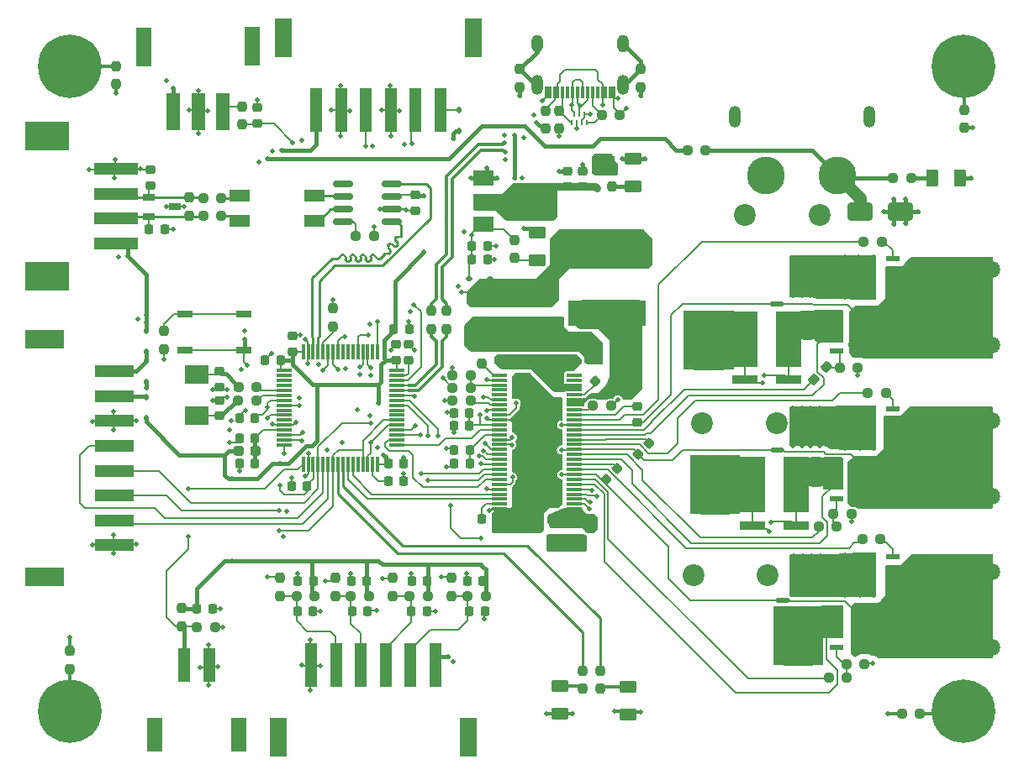
<source format=gtl>
G04 #@! TF.GenerationSoftware,KiCad,Pcbnew,8.0.0*
G04 #@! TF.CreationDate,2024-02-25T15:40:58-08:00*
G04 #@! TF.ProjectId,BLDC_Motor Controller,424c4443-5f4d-46f7-946f-7220436f6e74,rev01_1*
G04 #@! TF.SameCoordinates,Original*
G04 #@! TF.FileFunction,Copper,L1,Top*
G04 #@! TF.FilePolarity,Positive*
%FSLAX46Y46*%
G04 Gerber Fmt 4.6, Leading zero omitted, Abs format (unit mm)*
G04 Created by KiCad (PCBNEW 8.0.0) date 2024-02-25 15:40:58*
%MOMM*%
%LPD*%
G01*
G04 APERTURE LIST*
G04 Aperture macros list*
%AMRoundRect*
0 Rectangle with rounded corners*
0 $1 Rounding radius*
0 $2 $3 $4 $5 $6 $7 $8 $9 X,Y pos of 4 corners*
0 Add a 4 corners polygon primitive as box body*
4,1,4,$2,$3,$4,$5,$6,$7,$8,$9,$2,$3,0*
0 Add four circle primitives for the rounded corners*
1,1,$1+$1,$2,$3*
1,1,$1+$1,$4,$5*
1,1,$1+$1,$6,$7*
1,1,$1+$1,$8,$9*
0 Add four rect primitives between the rounded corners*
20,1,$1+$1,$2,$3,$4,$5,0*
20,1,$1+$1,$4,$5,$6,$7,0*
20,1,$1+$1,$6,$7,$8,$9,0*
20,1,$1+$1,$8,$9,$2,$3,0*%
G04 Aperture macros list end*
G04 #@! TA.AperFunction,EtchedComponent*
%ADD10C,0.000000*%
G04 #@! TD*
G04 #@! TA.AperFunction,ComponentPad*
%ADD11C,1.800000*%
G04 #@! TD*
G04 #@! TA.AperFunction,SMDPad,CuDef*
%ADD12RoundRect,0.075000X-0.075000X-0.700000X0.075000X-0.700000X0.075000X0.700000X-0.075000X0.700000X0*%
G04 #@! TD*
G04 #@! TA.AperFunction,SMDPad,CuDef*
%ADD13RoundRect,0.075000X-0.700000X-0.075000X0.700000X-0.075000X0.700000X0.075000X-0.700000X0.075000X0*%
G04 #@! TD*
G04 #@! TA.AperFunction,SMDPad,CuDef*
%ADD14RoundRect,0.225000X0.017678X-0.335876X0.335876X-0.017678X-0.017678X0.335876X-0.335876X0.017678X0*%
G04 #@! TD*
G04 #@! TA.AperFunction,SMDPad,CuDef*
%ADD15RoundRect,0.237500X-0.250000X-0.237500X0.250000X-0.237500X0.250000X0.237500X-0.250000X0.237500X0*%
G04 #@! TD*
G04 #@! TA.AperFunction,SMDPad,CuDef*
%ADD16RoundRect,0.225000X0.225000X0.250000X-0.225000X0.250000X-0.225000X-0.250000X0.225000X-0.250000X0*%
G04 #@! TD*
G04 #@! TA.AperFunction,SMDPad,CuDef*
%ADD17RoundRect,0.237500X0.250000X0.237500X-0.250000X0.237500X-0.250000X-0.237500X0.250000X-0.237500X0*%
G04 #@! TD*
G04 #@! TA.AperFunction,ComponentPad*
%ADD18C,2.200000*%
G04 #@! TD*
G04 #@! TA.AperFunction,SMDPad,CuDef*
%ADD19RoundRect,0.237500X0.237500X-0.250000X0.237500X0.250000X-0.237500X0.250000X-0.237500X-0.250000X0*%
G04 #@! TD*
G04 #@! TA.AperFunction,SMDPad,CuDef*
%ADD20R,1.397003X0.609601*%
G04 #@! TD*
G04 #@! TA.AperFunction,SMDPad,CuDef*
%ADD21R,3.810008X4.500000*%
G04 #@! TD*
G04 #@! TA.AperFunction,SMDPad,CuDef*
%ADD22RoundRect,0.225000X-0.225000X-0.250000X0.225000X-0.250000X0.225000X0.250000X-0.225000X0.250000X0*%
G04 #@! TD*
G04 #@! TA.AperFunction,SMDPad,CuDef*
%ADD23R,2.000000X1.200000*%
G04 #@! TD*
G04 #@! TA.AperFunction,SMDPad,CuDef*
%ADD24R,2.000000X6.000000*%
G04 #@! TD*
G04 #@! TA.AperFunction,SMDPad,CuDef*
%ADD25RoundRect,0.225000X-0.250000X0.225000X-0.250000X-0.225000X0.250000X-0.225000X0.250000X0.225000X0*%
G04 #@! TD*
G04 #@! TA.AperFunction,SMDPad,CuDef*
%ADD26C,0.500000*%
G04 #@! TD*
G04 #@! TA.AperFunction,SMDPad,CuDef*
%ADD27R,4.500000X1.300000*%
G04 #@! TD*
G04 #@! TA.AperFunction,SMDPad,CuDef*
%ADD28R,4.500000X3.000000*%
G04 #@! TD*
G04 #@! TA.AperFunction,SMDPad,CuDef*
%ADD29R,1.200000X1.200000*%
G04 #@! TD*
G04 #@! TA.AperFunction,SMDPad,CuDef*
%ADD30RoundRect,0.112500X-0.112500X0.187500X-0.112500X-0.187500X0.112500X-0.187500X0.112500X0.187500X0*%
G04 #@! TD*
G04 #@! TA.AperFunction,SMDPad,CuDef*
%ADD31RoundRect,0.250000X0.625000X-0.375000X0.625000X0.375000X-0.625000X0.375000X-0.625000X-0.375000X0*%
G04 #@! TD*
G04 #@! TA.AperFunction,SMDPad,CuDef*
%ADD32R,1.399543X3.800000*%
G04 #@! TD*
G04 #@! TA.AperFunction,SMDPad,CuDef*
%ADD33R,1.600000X4.000000*%
G04 #@! TD*
G04 #@! TA.AperFunction,SMDPad,CuDef*
%ADD34RoundRect,0.225000X0.250000X-0.225000X0.250000X0.225000X-0.250000X0.225000X-0.250000X-0.225000X0*%
G04 #@! TD*
G04 #@! TA.AperFunction,SMDPad,CuDef*
%ADD35R,1.220000X0.650000*%
G04 #@! TD*
G04 #@! TA.AperFunction,SMDPad,CuDef*
%ADD36RoundRect,0.237500X-0.237500X0.250000X-0.237500X-0.250000X0.237500X-0.250000X0.237500X0.250000X0*%
G04 #@! TD*
G04 #@! TA.AperFunction,SMDPad,CuDef*
%ADD37R,2.600000X5.600000*%
G04 #@! TD*
G04 #@! TA.AperFunction,SMDPad,CuDef*
%ADD38R,2.600000X0.900000*%
G04 #@! TD*
G04 #@! TA.AperFunction,SMDPad,CuDef*
%ADD39R,2.400000X1.900000*%
G04 #@! TD*
G04 #@! TA.AperFunction,SMDPad,CuDef*
%ADD40RoundRect,0.250000X-0.625000X0.375000X-0.625000X-0.375000X0.625000X-0.375000X0.625000X0.375000X0*%
G04 #@! TD*
G04 #@! TA.AperFunction,SMDPad,CuDef*
%ADD41RoundRect,0.112500X0.112500X-0.187500X0.112500X0.187500X-0.112500X0.187500X-0.112500X-0.187500X0*%
G04 #@! TD*
G04 #@! TA.AperFunction,SMDPad,CuDef*
%ADD42RoundRect,0.250000X1.000000X0.650000X-1.000000X0.650000X-1.000000X-0.650000X1.000000X-0.650000X0*%
G04 #@! TD*
G04 #@! TA.AperFunction,SMDPad,CuDef*
%ADD43RoundRect,0.250000X0.375000X0.625000X-0.375000X0.625000X-0.375000X-0.625000X0.375000X-0.625000X0*%
G04 #@! TD*
G04 #@! TA.AperFunction,SMDPad,CuDef*
%ADD44R,1.580010X0.800000*%
G04 #@! TD*
G04 #@! TA.AperFunction,SMDPad,CuDef*
%ADD45R,3.610000X6.350000*%
G04 #@! TD*
G04 #@! TA.AperFunction,SMDPad,CuDef*
%ADD46R,1.550000X0.300000*%
G04 #@! TD*
G04 #@! TA.AperFunction,SMDPad,CuDef*
%ADD47RoundRect,0.237500X-0.008839X-0.344715X0.344715X0.008839X0.008839X0.344715X-0.344715X-0.008839X0*%
G04 #@! TD*
G04 #@! TA.AperFunction,SMDPad,CuDef*
%ADD48R,0.500000X3.000000*%
G04 #@! TD*
G04 #@! TA.AperFunction,ComponentPad*
%ADD49O,1.200000X1.800000*%
G04 #@! TD*
G04 #@! TA.AperFunction,ComponentPad*
%ADD50O,1.200000X2.000000*%
G04 #@! TD*
G04 #@! TA.AperFunction,SMDPad,CuDef*
%ADD51R,0.300000X1.300000*%
G04 #@! TD*
G04 #@! TA.AperFunction,ComponentPad*
%ADD52C,0.800000*%
G04 #@! TD*
G04 #@! TA.AperFunction,ComponentPad*
%ADD53C,6.400000*%
G04 #@! TD*
G04 #@! TA.AperFunction,SMDPad,CuDef*
%ADD54R,2.000000X1.500000*%
G04 #@! TD*
G04 #@! TA.AperFunction,SMDPad,CuDef*
%ADD55R,2.000000X3.800000*%
G04 #@! TD*
G04 #@! TA.AperFunction,SMDPad,CuDef*
%ADD56R,7.800025X2.600000*%
G04 #@! TD*
G04 #@! TA.AperFunction,SMDPad,CuDef*
%ADD57RoundRect,0.150000X0.825000X0.150000X-0.825000X0.150000X-0.825000X-0.150000X0.825000X-0.150000X0*%
G04 #@! TD*
G04 #@! TA.AperFunction,SMDPad,CuDef*
%ADD58RoundRect,0.250000X0.650000X-0.325000X0.650000X0.325000X-0.650000X0.325000X-0.650000X-0.325000X0*%
G04 #@! TD*
G04 #@! TA.AperFunction,SMDPad,CuDef*
%ADD59R,0.250013X0.529997*%
G04 #@! TD*
G04 #@! TA.AperFunction,SMDPad,CuDef*
%ADD60R,1.300000X4.500000*%
G04 #@! TD*
G04 #@! TA.AperFunction,SMDPad,CuDef*
%ADD61R,1.800000X3.900000*%
G04 #@! TD*
G04 #@! TA.AperFunction,SMDPad,CuDef*
%ADD62RoundRect,0.225000X-0.335876X-0.017678X-0.017678X-0.335876X0.335876X0.017678X0.017678X0.335876X0*%
G04 #@! TD*
G04 #@! TA.AperFunction,SMDPad,CuDef*
%ADD63RoundRect,0.237500X0.287500X0.237500X-0.287500X0.237500X-0.287500X-0.237500X0.287500X-0.237500X0*%
G04 #@! TD*
G04 #@! TA.AperFunction,SMDPad,CuDef*
%ADD64R,1.200000X3.500000*%
G04 #@! TD*
G04 #@! TA.AperFunction,SMDPad,CuDef*
%ADD65R,1.500000X3.400000*%
G04 #@! TD*
G04 #@! TA.AperFunction,SMDPad,CuDef*
%ADD66C,0.200000*%
G04 #@! TD*
G04 #@! TA.AperFunction,SMDPad,CuDef*
%ADD67RoundRect,0.112500X-0.187500X-0.112500X0.187500X-0.112500X0.187500X0.112500X-0.187500X0.112500X0*%
G04 #@! TD*
G04 #@! TA.AperFunction,SMDPad,CuDef*
%ADD68R,4.000000X1.300000*%
G04 #@! TD*
G04 #@! TA.AperFunction,SMDPad,CuDef*
%ADD69R,4.000000X1.900000*%
G04 #@! TD*
G04 #@! TA.AperFunction,ComponentPad*
%ADD70C,3.800000*%
G04 #@! TD*
G04 #@! TA.AperFunction,ComponentPad*
%ADD71O,1.200000X2.200000*%
G04 #@! TD*
G04 #@! TA.AperFunction,ViaPad*
%ADD72C,0.508000*%
G04 #@! TD*
G04 #@! TA.AperFunction,Conductor*
%ADD73C,0.203200*%
G04 #@! TD*
G04 #@! TA.AperFunction,Conductor*
%ADD74C,0.304800*%
G04 #@! TD*
G04 #@! TA.AperFunction,Conductor*
%ADD75C,0.381000*%
G04 #@! TD*
G04 #@! TA.AperFunction,Conductor*
%ADD76C,0.228600*%
G04 #@! TD*
G04 #@! TA.AperFunction,Conductor*
%ADD77C,0.254000*%
G04 #@! TD*
G04 #@! TA.AperFunction,Conductor*
%ADD78C,0.762000*%
G04 #@! TD*
G04 #@! TA.AperFunction,Conductor*
%ADD79C,1.270000*%
G04 #@! TD*
G04 APERTURE END LIST*
D10*
G04 #@! TA.AperFunction,EtchedComponent*
G36*
X231201447Y-134845497D02*
G01*
X228201447Y-134845497D01*
X228201447Y-128845497D01*
X231201447Y-128845497D01*
X231201447Y-134845497D01*
G37*
G04 #@! TD.AperFunction*
G04 #@! TA.AperFunction,EtchedComponent*
G36*
X237092999Y-128393000D02*
G01*
X236092999Y-128393000D01*
X236092999Y-127893000D01*
X237092999Y-127893000D01*
X237092999Y-128393000D01*
G37*
G04 #@! TD.AperFunction*
G04 #@! TA.AperFunction,EtchedComponent*
G36*
X237666219Y-158274285D02*
G01*
X236666219Y-158274285D01*
X236666219Y-157774285D01*
X237666219Y-157774285D01*
X237666219Y-158274285D01*
G37*
G04 #@! TD.AperFunction*
G04 #@! TA.AperFunction,EtchedComponent*
G36*
X241005000Y-146617000D02*
G01*
X240005000Y-146617000D01*
X240005000Y-143617000D01*
X241005000Y-143617000D01*
X241005000Y-146617000D01*
G37*
G04 #@! TD.AperFunction*
G04 #@! TA.AperFunction,EtchedComponent*
G36*
X240219000Y-164627000D02*
G01*
X237219000Y-164627000D01*
X237219000Y-158627000D01*
X240219000Y-158627000D01*
X240219000Y-164627000D01*
G37*
G04 #@! TD.AperFunction*
G04 #@! TA.AperFunction,EtchedComponent*
G36*
X237101000Y-143125000D02*
G01*
X236101000Y-143125000D01*
X236101000Y-142625000D01*
X237101000Y-142625000D01*
X237101000Y-143125000D01*
G37*
G04 #@! TD.AperFunction*
G04 #@! TA.AperFunction,EtchedComponent*
G36*
X231830349Y-149409467D02*
G01*
X228830349Y-149409467D01*
X228830349Y-143409467D01*
X231830349Y-143409467D01*
X231830349Y-149409467D01*
G37*
G04 #@! TD.AperFunction*
G04 #@! TA.AperFunction,EtchedComponent*
G36*
X240149000Y-131823447D02*
G01*
X239149000Y-131823447D01*
X239149000Y-128823447D01*
X240149000Y-128823447D01*
X240149000Y-131823447D01*
G37*
G04 #@! TD.AperFunction*
G04 #@! TA.AperFunction,EtchedComponent*
G36*
X206767856Y-139950023D02*
G01*
X206566923Y-139950023D01*
X206566923Y-139350023D01*
X206767856Y-139350023D01*
X206767856Y-139950023D01*
G37*
G04 #@! TD.AperFunction*
D11*
X258150000Y-132290000D03*
X258150000Y-124670000D03*
X255610000Y-132290000D03*
X255610000Y-124670000D03*
X253070000Y-132290000D03*
X253070000Y-124670000D03*
X250530000Y-132290000D03*
X250530000Y-124670000D03*
D12*
X188868000Y-132965000D03*
X189368000Y-132965000D03*
X189868000Y-132965000D03*
X190368000Y-132965000D03*
X190868000Y-132965000D03*
X191368000Y-132965000D03*
X191868000Y-132965000D03*
X192368000Y-132965000D03*
X192868000Y-132965000D03*
X193368000Y-132965000D03*
X193868000Y-132965000D03*
X194368000Y-132965000D03*
X194868000Y-132965000D03*
X195368000Y-132965000D03*
X195868000Y-132965000D03*
X196368000Y-132965000D03*
D13*
X198293000Y-134890000D03*
X198293000Y-135390000D03*
X198293000Y-135890000D03*
X198293000Y-136390000D03*
X198293000Y-136890000D03*
X198293000Y-137390000D03*
X198293000Y-137890000D03*
X198293000Y-138390000D03*
X198293000Y-138890000D03*
X198293000Y-139390000D03*
X198293000Y-139890000D03*
X198293000Y-140390000D03*
X198293000Y-140890000D03*
X198293000Y-141390000D03*
X198293000Y-141890000D03*
X198293000Y-142390000D03*
D12*
X196368000Y-144315000D03*
X195868000Y-144315000D03*
X195368000Y-144315000D03*
X194868000Y-144315000D03*
X194368000Y-144315000D03*
X193868000Y-144315000D03*
X193368000Y-144315000D03*
X192868000Y-144315000D03*
X192368000Y-144315000D03*
X191868000Y-144315000D03*
X191368000Y-144315000D03*
X190868000Y-144315000D03*
X190368000Y-144315000D03*
X189868000Y-144315000D03*
X189368000Y-144315000D03*
X188868000Y-144315000D03*
D13*
X186943000Y-142390000D03*
X186943000Y-141890000D03*
X186943000Y-141390000D03*
X186943000Y-140890000D03*
X186943000Y-140390000D03*
X186943000Y-139890000D03*
X186943000Y-139390000D03*
X186943000Y-138890000D03*
X186943000Y-138390000D03*
X186943000Y-137890000D03*
X186943000Y-137390000D03*
X186943000Y-136890000D03*
X186943000Y-136390000D03*
X186943000Y-135890000D03*
X186943000Y-135390000D03*
X186943000Y-134890000D03*
D14*
X219415992Y-145836008D03*
X220512008Y-144739992D03*
D15*
X241784500Y-165862000D03*
X243609500Y-165862000D03*
D14*
X222590992Y-143296008D03*
X223687008Y-142199992D03*
D16*
X201327979Y-156116195D03*
X199777979Y-156116195D03*
X189243000Y-146558000D03*
X187693000Y-146558000D03*
D17*
X244076500Y-149308000D03*
X242251500Y-149308000D03*
D15*
X218924500Y-109093000D03*
X220749500Y-109093000D03*
D17*
X205722500Y-136608000D03*
X203897500Y-136608000D03*
D18*
X236552172Y-140221411D03*
X229052299Y-140221411D03*
D19*
X222855491Y-106322500D03*
X222855491Y-104497500D03*
D20*
X242605189Y-129114971D03*
X242605189Y-130384973D03*
X242605189Y-131654976D03*
X242605189Y-132924978D03*
X248244000Y-132924978D03*
X248244000Y-131654976D03*
X248244000Y-130384973D03*
X248244000Y-129114971D03*
D21*
X246135796Y-131019975D03*
D22*
X199758000Y-159131000D03*
X201308000Y-159131000D03*
D23*
X182499000Y-117220994D03*
X182499000Y-119761000D03*
X189999128Y-119761000D03*
X189999128Y-117220994D03*
D24*
X228201447Y-131845497D03*
X231201447Y-131845497D03*
D25*
X209128000Y-132277000D03*
X209128000Y-133827000D03*
D26*
X236092999Y-128143000D03*
X237092999Y-128143000D03*
D27*
X170040000Y-114569987D03*
X170040000Y-117069987D03*
X170040000Y-119570013D03*
X170040000Y-122070013D03*
D28*
X163040000Y-125420076D03*
X163040000Y-111219924D03*
D29*
X221196000Y-132883432D03*
X218396000Y-132883432D03*
D30*
X173101000Y-130903000D03*
X173101000Y-133003000D03*
D31*
X214716000Y-169504000D03*
X214716000Y-166704000D03*
D19*
X255459543Y-110417337D03*
X255459543Y-108592337D03*
D32*
X175778038Y-108785611D03*
X178277911Y-108785103D03*
X180778038Y-108785103D03*
D33*
X183728000Y-102219190D03*
X172828076Y-102228588D03*
D34*
X216535000Y-151905000D03*
X216535000Y-150355000D03*
D26*
X236666219Y-158024285D03*
X237666219Y-158024285D03*
D15*
X178792500Y-117475000D03*
X180617500Y-117475000D03*
D35*
X173355000Y-117430676D03*
X173355000Y-119330676D03*
X175975000Y-118380676D03*
D25*
X214623012Y-132277000D03*
X214623012Y-133827000D03*
D19*
X203813072Y-157630500D03*
X203813072Y-155805500D03*
D16*
X205378038Y-156116195D03*
X206928038Y-156116195D03*
D36*
X213282794Y-108688500D03*
X213282794Y-110513500D03*
D22*
X204076000Y-144272000D03*
X205626000Y-144272000D03*
D37*
X234119972Y-146389567D03*
D38*
X234119972Y-150483547D03*
D37*
X238519768Y-146389567D03*
D38*
X238519768Y-150483547D03*
D17*
X207241523Y-157607000D03*
X205416523Y-157607000D03*
D39*
X178139797Y-139420051D03*
X178139797Y-135319975D03*
D17*
X229385500Y-112649000D03*
X227560500Y-112649000D03*
X195984500Y-121285000D03*
X194159500Y-121285000D03*
D15*
X245172500Y-151892000D03*
X246997500Y-151892000D03*
D17*
X245387500Y-164465000D03*
X243562500Y-164465000D03*
D22*
X188315000Y-159131000D03*
X189865000Y-159131000D03*
D19*
X174879000Y-132738500D03*
X174879000Y-130913500D03*
D40*
X212430000Y-120984000D03*
X212430000Y-123784000D03*
D19*
X201803000Y-130706500D03*
X201803000Y-128881500D03*
D41*
X173060000Y-139690000D03*
X173060000Y-137590000D03*
D16*
X183995000Y-141732000D03*
X182445000Y-141732000D03*
D20*
X248244000Y-142577029D03*
X248244000Y-141307027D03*
X248244000Y-140037024D03*
X248244000Y-138767022D03*
X242605189Y-138767022D03*
X242605189Y-140037024D03*
X242605189Y-141307027D03*
X242605189Y-142577029D03*
D21*
X244713393Y-140672025D03*
D15*
X248261500Y-115443000D03*
X250086500Y-115443000D03*
D19*
X218780000Y-166984500D03*
X218780000Y-165159500D03*
D42*
X248974000Y-118872000D03*
X244974000Y-118872000D03*
D43*
X255019000Y-115443000D03*
X252219000Y-115443000D03*
D15*
X240768500Y-150622000D03*
X242593500Y-150622000D03*
X182307500Y-137878000D03*
X184132500Y-137878000D03*
D36*
X191897000Y-128627500D03*
X191897000Y-130452500D03*
D44*
X176918000Y-129170114D03*
X182918000Y-129170114D03*
X176918000Y-132869886D03*
X182918000Y-132869886D03*
D15*
X245299500Y-121876000D03*
X247124500Y-121876000D03*
D25*
X180467000Y-134988000D03*
X180467000Y-136538000D03*
D45*
X212415857Y-142100104D03*
D46*
X216165857Y-135350104D03*
X216165857Y-135850104D03*
X216165857Y-136350104D03*
X216165857Y-136850104D03*
X216165857Y-137350104D03*
X216165857Y-137850104D03*
X216165857Y-138350104D03*
X216165857Y-138850104D03*
X216165857Y-139350104D03*
X216165857Y-139850104D03*
X216165857Y-140350104D03*
X216165857Y-140850104D03*
X216165857Y-141350104D03*
X216165857Y-141850104D03*
X216165857Y-142350104D03*
X216165857Y-142850104D03*
X216165857Y-143350104D03*
X216165857Y-143850104D03*
X216165857Y-144350104D03*
X216165857Y-144850104D03*
X216165857Y-145350104D03*
X216165857Y-145850104D03*
X216165857Y-146350104D03*
X216165857Y-146850104D03*
X216165857Y-147350104D03*
X216165857Y-147850104D03*
X216165857Y-148350104D03*
X216165857Y-148850104D03*
X208665857Y-148850104D03*
X208665857Y-148350104D03*
X208665857Y-147850104D03*
X208665857Y-147350104D03*
X208665857Y-146850104D03*
X208665857Y-146350104D03*
X208665857Y-145850104D03*
X208665857Y-145350104D03*
X208665857Y-144850104D03*
X208665857Y-144350104D03*
X208665857Y-143850104D03*
X208665857Y-143350104D03*
X208665857Y-142850104D03*
X208665857Y-142350104D03*
X208665857Y-141850104D03*
X208665857Y-141350104D03*
X208665857Y-140850104D03*
X208665857Y-140350104D03*
X208665857Y-139850104D03*
X208665857Y-139350104D03*
X208665857Y-138850104D03*
X208665857Y-138350104D03*
X208665857Y-137850104D03*
X208665857Y-137350104D03*
X208665857Y-136850104D03*
X208665857Y-136350104D03*
X208665857Y-135850104D03*
X208665857Y-135350104D03*
D34*
X215315876Y-151905000D03*
X215315876Y-150355000D03*
D47*
X240273765Y-135773235D03*
X241564235Y-134482765D03*
D19*
X192097336Y-157630500D03*
X192097336Y-155805500D03*
D20*
X248244000Y-127381266D03*
X248244000Y-126111264D03*
X248244000Y-124841261D03*
X248244000Y-123571259D03*
X242605189Y-123571259D03*
X242605189Y-124841261D03*
X242605189Y-126111264D03*
X242605189Y-127381266D03*
D21*
X244713393Y-125476262D03*
D48*
X240005000Y-145117000D03*
X241005000Y-145117000D03*
D22*
X204035000Y-139148000D03*
X205585000Y-139148000D03*
X173342000Y-120650000D03*
X174892000Y-120650000D03*
D15*
X203897500Y-137878000D03*
X205722500Y-137878000D03*
D19*
X210687440Y-106322500D03*
X210687440Y-104497500D03*
D20*
X242605189Y-158960000D03*
X242605189Y-160230002D03*
X242605189Y-161500005D03*
X242605189Y-162770007D03*
X248244000Y-162770007D03*
X248244000Y-161500005D03*
X248244000Y-160230002D03*
X248244000Y-158960000D03*
D21*
X246135796Y-160865004D03*
D24*
X237219000Y-161627000D03*
X240219000Y-161627000D03*
D49*
X212423895Y-101895850D03*
D50*
X212423895Y-106095748D03*
D49*
X221074137Y-101895850D03*
D50*
X221074137Y-106095748D03*
D51*
X219799054Y-106864100D03*
X218998953Y-106864100D03*
X218499080Y-106864100D03*
X217499080Y-106864100D03*
X215998953Y-106864100D03*
X214998953Y-106864100D03*
X214499080Y-106864100D03*
X213698978Y-106864100D03*
X213399003Y-106864100D03*
X214198851Y-106864100D03*
X215499334Y-106864100D03*
X216499080Y-106864100D03*
X216998953Y-106864100D03*
X217998953Y-106864100D03*
X219298927Y-106864100D03*
X220099029Y-106864100D03*
D34*
X214118269Y-151905000D03*
X214118269Y-150355000D03*
X215519000Y-116345000D03*
X215519000Y-114795000D03*
D19*
X203327000Y-130706500D03*
X203327000Y-128881500D03*
D16*
X195235500Y-156116195D03*
X193685500Y-156116195D03*
D34*
X217013000Y-116332000D03*
X217013000Y-114782000D03*
D52*
X162960000Y-104200000D03*
X163662944Y-102502944D03*
X163662944Y-105897056D03*
X165360000Y-101800000D03*
D53*
X165360000Y-104200000D03*
D52*
X165360000Y-106600000D03*
X167057056Y-102502944D03*
X167057056Y-105897056D03*
X167760000Y-104200000D03*
D34*
X173482000Y-116218000D03*
X173482000Y-114668000D03*
D52*
X162960000Y-169200000D03*
X163662944Y-167502944D03*
X163662944Y-170897056D03*
X165360000Y-166800000D03*
D53*
X165360000Y-169200000D03*
D52*
X165360000Y-171600000D03*
X167057056Y-167502944D03*
X167057056Y-170897056D03*
X167760000Y-169200000D03*
D36*
X176657000Y-158853500D03*
X176657000Y-160678500D03*
D20*
X248244000Y-157436000D03*
X248244000Y-156165998D03*
X248244000Y-154895995D03*
X248244000Y-153625993D03*
X242605189Y-153625993D03*
X242605189Y-154895995D03*
X242605189Y-156165998D03*
X242605189Y-157436000D03*
D21*
X244713393Y-155530996D03*
D36*
X210144000Y-121725500D03*
X210144000Y-123550500D03*
D15*
X218035500Y-138430000D03*
X219860500Y-138430000D03*
D54*
X206994000Y-115512000D03*
X206994000Y-117812000D03*
D55*
X213294000Y-117812000D03*
D54*
X206994000Y-120112000D03*
D16*
X183995000Y-139656000D03*
X182445000Y-139656000D03*
D15*
X182348500Y-136525000D03*
X184173500Y-136525000D03*
D31*
X221574000Y-169548000D03*
X221574000Y-166748000D03*
D36*
X214630000Y-108688500D03*
X214630000Y-110513500D03*
D15*
X249150500Y-169531337D03*
X250975500Y-169531337D03*
D56*
X219439898Y-129139898D03*
X219439898Y-122740102D03*
D25*
X200152000Y-117208000D03*
X200152000Y-118758000D03*
D34*
X187833000Y-132982000D03*
X187833000Y-131432000D03*
D22*
X197980000Y-130683000D03*
X199530000Y-130683000D03*
D16*
X189878000Y-156083000D03*
X188328000Y-156083000D03*
D34*
X198206000Y-133827000D03*
X198206000Y-132277000D03*
X199476000Y-133827000D03*
X199476000Y-132277000D03*
D19*
X197847576Y-157630500D03*
X197847576Y-155805500D03*
D25*
X213249259Y-132277000D03*
X213249259Y-133827000D03*
D57*
X197801000Y-119888000D03*
X197801000Y-118618000D03*
X197801000Y-117348000D03*
X197801000Y-116078000D03*
X192851000Y-116078000D03*
X192851000Y-117348000D03*
X192851000Y-118618000D03*
X192851000Y-119888000D03*
D36*
X206842000Y-132393500D03*
X206842000Y-134218500D03*
D30*
X218440000Y-114393000D03*
X218440000Y-116493000D03*
D15*
X178792500Y-119253000D03*
X180617500Y-119253000D03*
D36*
X177419000Y-117451500D03*
X177419000Y-119276500D03*
D17*
X244711500Y-134576000D03*
X242886500Y-134576000D03*
D41*
X173101000Y-136051000D03*
X173101000Y-133951000D03*
D52*
X252960000Y-169200000D03*
X253662944Y-167502944D03*
X253662944Y-170897056D03*
X255360000Y-166800000D03*
D53*
X255360000Y-169200000D03*
D52*
X255360000Y-171600000D03*
X257057056Y-167502944D03*
X257057056Y-170897056D03*
X257760000Y-169200000D03*
D34*
X180467000Y-139466684D03*
X180467000Y-137916684D03*
D36*
X182712000Y-108263500D03*
X182712000Y-110088500D03*
X219964000Y-114530500D03*
X219964000Y-116355500D03*
D37*
X233344102Y-131703487D03*
D38*
X233344102Y-135797467D03*
D37*
X237743898Y-131703487D03*
D38*
X237743898Y-135797467D03*
D58*
X211668000Y-130463000D03*
X211668000Y-127513000D03*
D15*
X178157500Y-160782000D03*
X179982500Y-160782000D03*
D17*
X190015500Y-157607000D03*
X188190500Y-157607000D03*
D26*
X236101000Y-142875000D03*
X237101000Y-142875000D03*
D16*
X183995000Y-144272000D03*
X182445000Y-144272000D03*
D59*
X215911936Y-109924089D03*
X216412064Y-109924089D03*
X216911936Y-109924089D03*
X217412064Y-109924089D03*
X217162127Y-109024064D03*
X216662000Y-109024064D03*
X216162127Y-109024064D03*
D11*
X250530000Y-155150000D03*
X250530000Y-162770000D03*
X253070000Y-155150000D03*
X253070000Y-162770000D03*
X255610000Y-155150000D03*
X255610000Y-162770000D03*
X258150000Y-155150000D03*
X258150000Y-162770000D03*
D36*
X165354000Y-163171500D03*
X165354000Y-164996500D03*
D22*
X204076000Y-142875000D03*
X205626000Y-142875000D03*
X193789000Y-159131000D03*
X195339000Y-159131000D03*
D60*
X189674978Y-164560005D03*
X192174978Y-164560005D03*
X194675004Y-164560005D03*
X197175004Y-164560005D03*
X199675004Y-164560005D03*
X202175004Y-164560005D03*
D61*
X205474877Y-171860107D03*
X186375055Y-171860107D03*
D22*
X204035000Y-140418000D03*
X205585000Y-140418000D03*
D58*
X209158000Y-130463000D03*
X209158000Y-127513000D03*
D52*
X252960000Y-104200000D03*
X253662944Y-102502944D03*
X253662944Y-105897056D03*
X255360000Y-101800000D03*
D53*
X255360000Y-104200000D03*
D52*
X255360000Y-106600000D03*
X257057056Y-102502944D03*
X257057056Y-105897056D03*
X257760000Y-104200000D03*
D25*
X215996765Y-133827000D03*
X215996765Y-132277000D03*
D40*
X222123000Y-113535000D03*
X222123000Y-116335000D03*
D16*
X208420000Y-149816000D03*
X206870000Y-149816000D03*
D24*
X228830349Y-146409467D03*
X231830349Y-146409467D03*
D16*
X186576000Y-133858000D03*
X185026000Y-133858000D03*
D62*
X218272992Y-135976992D03*
X219369008Y-137073008D03*
D17*
X201431524Y-157607000D03*
X199606524Y-157607000D03*
D48*
X239149000Y-130323447D03*
X240149000Y-130323447D03*
D25*
X210501753Y-132277000D03*
X210501753Y-133827000D03*
D41*
X204556000Y-110734000D03*
X204556000Y-108634000D03*
D63*
X184095000Y-143002000D03*
X182345000Y-143002000D03*
D64*
X176890013Y-164588504D03*
X179389886Y-164588504D03*
D65*
X182340102Y-171638542D03*
X173940051Y-171638542D03*
D19*
X186550000Y-157630500D03*
X186550000Y-155805500D03*
D66*
X206666923Y-139350259D03*
X206667718Y-139950259D03*
D34*
X222504000Y-140094000D03*
X222504000Y-138544000D03*
D19*
X217002000Y-166984500D03*
X217002000Y-165159500D03*
D22*
X205854000Y-123698000D03*
X207404000Y-123698000D03*
D58*
X206648000Y-130463000D03*
X206648000Y-127513000D03*
D19*
X170012000Y-106024500D03*
X170012000Y-104199500D03*
D17*
X195489500Y-157607000D03*
X193664500Y-157607000D03*
D15*
X245721500Y-137160000D03*
X247546500Y-137160000D03*
D22*
X197431000Y-146006000D03*
X198981000Y-146006000D03*
X197417042Y-144272000D03*
X198967042Y-144272000D03*
D67*
X205579000Y-125603000D03*
X207679000Y-125603000D03*
D25*
X211875506Y-132277000D03*
X211875506Y-133827000D03*
D34*
X184236000Y-109951000D03*
X184236000Y-108401000D03*
D20*
X242605189Y-143974000D03*
X242605189Y-145244002D03*
X242605189Y-146514005D03*
X242605189Y-147784007D03*
X248244000Y-147784007D03*
X248244000Y-146514005D03*
X248244000Y-145244002D03*
X248244000Y-143974000D03*
D21*
X246135796Y-145879004D03*
D22*
X178168000Y-158877000D03*
X179718000Y-158877000D03*
D68*
X169840025Y-134980325D03*
X169840025Y-137480452D03*
X169840025Y-139980325D03*
X169840025Y-142480452D03*
X169840025Y-144980325D03*
X169840025Y-147480452D03*
X169840025Y-149980325D03*
X169840025Y-152480452D03*
D69*
X162840025Y-155730389D03*
X162840025Y-131730389D03*
D15*
X203897500Y-135338000D03*
X205722500Y-135338000D03*
D22*
X205854000Y-122301000D03*
X207404000Y-122301000D03*
D70*
X235500152Y-115260292D03*
X242700051Y-115260292D03*
D71*
X245850165Y-109260292D03*
X232350038Y-109260292D03*
D11*
X250530000Y-139910000D03*
X250530000Y-147530000D03*
X253070000Y-139910000D03*
X253070000Y-147530000D03*
X255610000Y-139910000D03*
X255610000Y-147530000D03*
X258150000Y-139910000D03*
X258150000Y-147530000D03*
D60*
X202673022Y-108655995D03*
X200173022Y-108655995D03*
X197672996Y-108655995D03*
X195172996Y-108655995D03*
X192672996Y-108655995D03*
X190172996Y-108655995D03*
D61*
X186873123Y-101355893D03*
X205972945Y-101355893D03*
D22*
X205600000Y-159131000D03*
X207150000Y-159131000D03*
D18*
X235663172Y-155561589D03*
X228163299Y-155561589D03*
X240870172Y-119239589D03*
X233370299Y-119239589D03*
D72*
X205359000Y-155321000D03*
X212090000Y-138049000D03*
X213868000Y-137922000D03*
X212979000Y-137033000D03*
X214249000Y-148336000D03*
X213233000Y-145796000D03*
X213360000Y-144145000D03*
X209677000Y-151003000D03*
X211836000Y-149479000D03*
X211709000Y-147955000D03*
X211582000Y-146177000D03*
X204470000Y-126365000D03*
X173101000Y-130048000D03*
X206883000Y-154559000D03*
X218948000Y-113411000D03*
X186563000Y-146431000D03*
X203708000Y-148463000D03*
X196977000Y-143383000D03*
X181737000Y-154051000D03*
X207318593Y-146758325D03*
X203962000Y-111506000D03*
X206756000Y-151765000D03*
X186563000Y-144272000D03*
X201041003Y-122936003D03*
X201041000Y-117221000D03*
X210312000Y-138176000D03*
X218313000Y-113411000D03*
X219710000Y-113411000D03*
X181737000Y-145796000D03*
X196469000Y-138176000D03*
X214122000Y-131445000D03*
X179324000Y-162560000D03*
X212598000Y-131445000D03*
X229108000Y-143764000D03*
X210312000Y-131445000D03*
X209914064Y-139852725D03*
X185784875Y-140253281D03*
X188171999Y-140081000D03*
X212979000Y-107696000D03*
X189611000Y-167132000D03*
X244696402Y-135393216D03*
X175767996Y-120650000D03*
X208153000Y-123698000D03*
X209168999Y-149606000D03*
X178308000Y-106680000D03*
X222885000Y-169291000D03*
X207137000Y-159893000D03*
X169770650Y-151489481D03*
X199057043Y-112051571D03*
X229108000Y-146939000D03*
X167640000Y-152451446D03*
X236601000Y-160274000D03*
X199517000Y-129921000D03*
X220980000Y-113538000D03*
X204026407Y-141124505D03*
X170307000Y-123444000D03*
X178308000Y-110998000D03*
X172085000Y-139954000D03*
X214643003Y-114794997D03*
X197621550Y-106129182D03*
X256159000Y-115443000D03*
X191897000Y-127762000D03*
X215773000Y-152908000D03*
X229108000Y-146304000D03*
X194573702Y-135323572D03*
X196363003Y-142679413D03*
X210820000Y-144145000D03*
X237490000Y-164084000D03*
X192659000Y-111252000D03*
X181428163Y-140900248D03*
X213360000Y-131445000D03*
X189369053Y-143256000D03*
X220599000Y-107442000D03*
X237490000Y-160274000D03*
X213868000Y-152908000D03*
X248350686Y-120123624D03*
X250825000Y-118872000D03*
X169737462Y-140893624D03*
X182463525Y-145008721D03*
X170012000Y-106934000D03*
X195580000Y-130175000D03*
X222849421Y-107198554D03*
X214503000Y-152908000D03*
X174879000Y-133731000D03*
X181482998Y-142112996D03*
X229108000Y-145034000D03*
X181610000Y-139954000D03*
X177368376Y-108650461D03*
X227670000Y-131274000D03*
X213296500Y-139065000D03*
X189362711Y-134207093D03*
X208280000Y-122301000D03*
X207352184Y-114477969D03*
X188585299Y-131300237D03*
X220555637Y-137838830D03*
X217170000Y-131445000D03*
X236601000Y-162814000D03*
X246244371Y-164424330D03*
X185685395Y-133186484D03*
X229108000Y-145669000D03*
X211074000Y-131445000D03*
X197729479Y-132847052D03*
X213868000Y-130429000D03*
X205740000Y-131445000D03*
X188459844Y-137631585D03*
X214884000Y-131445000D03*
X227670000Y-130004000D03*
X229108000Y-148844000D03*
X203897500Y-134581683D03*
X237490000Y-162179000D03*
X228219000Y-147574000D03*
X172466000Y-114554000D03*
X237490000Y-159004000D03*
X229108000Y-147574000D03*
X214630000Y-111252000D03*
X229108000Y-148209000D03*
X249555000Y-120071035D03*
X216027000Y-169504000D03*
X214122000Y-139065000D03*
X193103061Y-134711282D03*
X183017563Y-138937239D03*
X218059000Y-131699000D03*
X228559000Y-132544000D03*
X220265235Y-169249892D03*
X213407235Y-169462892D03*
X227670000Y-133814000D03*
X178518536Y-164794163D03*
X196596000Y-118618000D03*
X203142826Y-137882483D03*
X175133000Y-105664000D03*
X237490000Y-160909000D03*
X208788000Y-131445000D03*
X173101000Y-136652000D03*
X203327001Y-142748000D03*
X237490000Y-161544000D03*
X229108000Y-144399000D03*
X228559000Y-134449000D03*
X210693000Y-107188000D03*
X228219000Y-146304000D03*
X228219000Y-144399000D03*
X196221714Y-159106205D03*
X185776028Y-112727348D03*
X195580000Y-139446000D03*
X208337998Y-115512002D03*
X248350686Y-117618079D03*
X197672996Y-111252000D03*
X228559000Y-133814000D03*
X211074000Y-120523000D03*
X188722000Y-111633000D03*
X198987931Y-145279572D03*
X211836000Y-131445000D03*
X210963689Y-144843565D03*
X169770650Y-139043481D03*
X217012994Y-114109500D03*
X167343182Y-114605446D03*
X223266000Y-113535000D03*
X187706000Y-145669000D03*
X180797815Y-160793921D03*
X209200894Y-113625463D03*
X236601000Y-159004000D03*
X205710033Y-115487892D03*
X190627000Y-159131000D03*
X210947000Y-115443000D03*
X227670000Y-133179000D03*
X244076500Y-150114000D03*
X188700481Y-164620350D03*
X214630000Y-130429000D03*
X237490000Y-159639000D03*
X211600594Y-145017745D03*
X212471000Y-139065000D03*
X167640000Y-140005446D03*
X211645500Y-139065000D03*
X195707000Y-135382000D03*
X189103000Y-145542000D03*
X228219000Y-145669000D03*
X203360238Y-139125133D03*
X207264000Y-131445000D03*
X176846632Y-118363999D03*
X165354000Y-161798000D03*
X237490000Y-162814000D03*
X208026000Y-131445000D03*
X228559000Y-130639000D03*
X175133000Y-118380676D03*
X192786000Y-142113000D03*
X182996098Y-130893020D03*
X203962000Y-164211000D03*
X203322036Y-144610272D03*
X182626000Y-134747000D03*
X228219000Y-143764000D03*
X186875854Y-151633274D03*
X198987931Y-143628572D03*
X191719376Y-108650461D03*
X236601000Y-164084000D03*
X207391014Y-138938000D03*
X207391000Y-139700000D03*
X236601000Y-163449000D03*
X212090000Y-109093000D03*
X217170000Y-132968999D03*
X210820000Y-139954000D03*
X189103000Y-131699000D03*
X228219000Y-148209000D03*
X187198000Y-149098000D03*
X198583515Y-108683650D03*
X217170000Y-132207000D03*
X179324000Y-166624000D03*
X172212000Y-129667000D03*
X213106000Y-130429000D03*
X189611000Y-162052000D03*
X184242318Y-107592017D03*
X180530355Y-158890844D03*
X217043000Y-152908000D03*
X209804000Y-149225000D03*
X247359500Y-118872000D03*
X228219000Y-145034000D03*
X227670000Y-129369000D03*
X228559000Y-129369000D03*
X194310000Y-138811000D03*
X180263624Y-164780539D03*
X193675000Y-155321000D03*
X172085000Y-152400000D03*
X216408000Y-152908000D03*
X215138000Y-152908000D03*
X227670000Y-132544000D03*
X181186499Y-136779000D03*
X195984500Y-120396000D03*
X196733372Y-108650461D03*
X191262000Y-142875000D03*
X236601000Y-162179000D03*
X200110900Y-132859295D03*
X210820000Y-143319500D03*
X221402000Y-108458000D03*
X169897650Y-113643481D03*
X228559000Y-131274000D03*
X247728292Y-169519405D03*
X216408000Y-131445000D03*
X181172359Y-137599183D03*
X195849053Y-112271228D03*
X169737462Y-153339624D03*
X206502000Y-131445000D03*
X205740000Y-132334000D03*
X228559000Y-130004000D03*
X179714701Y-136796763D03*
X256286000Y-110417337D03*
X190550624Y-164653539D03*
X228559000Y-133179000D03*
X236601000Y-159639000D03*
X236601000Y-160909000D03*
X192607554Y-106129182D03*
X209550000Y-131445000D03*
X184435360Y-113848491D03*
X215646000Y-131445000D03*
X228219000Y-146939000D03*
X205105000Y-120904000D03*
X228559000Y-131909000D03*
X199229505Y-118701736D03*
X236601000Y-161544000D03*
X216408000Y-110490000D03*
X237490000Y-163449000D03*
X199771000Y-155321000D03*
X169864462Y-115493624D03*
X209169000Y-111125000D03*
X208026000Y-132334000D03*
X207616280Y-148959699D03*
X227670000Y-134449000D03*
X179740572Y-137915069D03*
X228219000Y-148844000D03*
X179218519Y-108683650D03*
X199644000Y-128904001D03*
X193569519Y-108683650D03*
X249555000Y-117565490D03*
X227670000Y-131909000D03*
X188341000Y-155321000D03*
X211074000Y-111379000D03*
X227670000Y-130639000D03*
X202184000Y-159131000D03*
X190428266Y-134293091D03*
X183261000Y-134366000D03*
X186690000Y-112649000D03*
X185293000Y-138557000D03*
X183007000Y-131699000D03*
X187833000Y-111887000D03*
X193059164Y-131464164D03*
X207391000Y-135763000D03*
X209865864Y-142379131D03*
X209931000Y-141605000D03*
X240878000Y-127337000D03*
X239171554Y-153577806D03*
X239989000Y-138640000D03*
X246339000Y-126067000D03*
X213868000Y-135509000D03*
X238211000Y-139910000D03*
X243418000Y-127464000D03*
X239171554Y-154847806D03*
X239100000Y-139275000D03*
X240878000Y-138640000D03*
X243418000Y-138640000D03*
X244942000Y-157563000D03*
X240878000Y-124162000D03*
X246339000Y-157563000D03*
X239989000Y-127337000D03*
X238211000Y-123527000D03*
X238282554Y-153577806D03*
X239100000Y-127337000D03*
X240949554Y-156117806D03*
X240878000Y-139910000D03*
X238211000Y-141815000D03*
X217551000Y-150876000D03*
X240878000Y-140545000D03*
X240878000Y-141815000D03*
X240060554Y-155482806D03*
X239989000Y-124162000D03*
X246339000Y-123400000D03*
X239989000Y-141180000D03*
X238211000Y-126067000D03*
X239100000Y-124797000D03*
X240949554Y-157387806D03*
X239100000Y-138640000D03*
X244815000Y-156166000D03*
X239989000Y-125432000D03*
X240949554Y-156752806D03*
X240949554Y-154212806D03*
X240878000Y-125432000D03*
X243418000Y-139910000D03*
X244815000Y-154769000D03*
X239989000Y-139910000D03*
X239989000Y-126702000D03*
X244815000Y-139910000D03*
X240060554Y-154847806D03*
X240878000Y-126067000D03*
X239100000Y-123527000D03*
X244815000Y-123400000D03*
X238282554Y-154847806D03*
X240060554Y-154212806D03*
X240949554Y-154847806D03*
X239989000Y-140545000D03*
X239171554Y-156117806D03*
X240878000Y-124797000D03*
X246339000Y-139910000D03*
X246339000Y-138640000D03*
X243418000Y-142704000D03*
X244942000Y-142704000D03*
X239100000Y-141815000D03*
X238211000Y-124162000D03*
X239100000Y-139910000D03*
X238282554Y-156117806D03*
X239100000Y-126067000D03*
X239989000Y-123527000D03*
X238211000Y-139275000D03*
X238282554Y-154212806D03*
X239171554Y-157387806D03*
X238211000Y-127337000D03*
X240878000Y-141180000D03*
X240878000Y-123527000D03*
X243418000Y-156166000D03*
X243418000Y-153499000D03*
X239171554Y-154212806D03*
X213360000Y-135001000D03*
X214376000Y-136017000D03*
X243418000Y-123400000D03*
X239989000Y-142450000D03*
X244815000Y-153499000D03*
X240060554Y-156117806D03*
X246339000Y-154769000D03*
X238282554Y-156752806D03*
X239100000Y-125432000D03*
X240949554Y-155482806D03*
X244815000Y-138640000D03*
X246339000Y-153499000D03*
X239171554Y-156752806D03*
X238211000Y-142450000D03*
X239171554Y-155482806D03*
X240060554Y-153577806D03*
X238282554Y-155482806D03*
X244942000Y-127464000D03*
X243418000Y-157563000D03*
X244815000Y-126067000D03*
X243418000Y-141307000D03*
X240949554Y-153577806D03*
X246339000Y-142704000D03*
X217297000Y-149987000D03*
X238282554Y-157387806D03*
X238211000Y-126702000D03*
X239100000Y-126702000D03*
X243418000Y-126067000D03*
X244815000Y-124670000D03*
X239100000Y-141180000D03*
X218186000Y-150114000D03*
X239100000Y-142450000D03*
X244815000Y-141307000D03*
X239989000Y-124797000D03*
X238211000Y-125432000D03*
X239989000Y-126067000D03*
X239989000Y-139275000D03*
X246339000Y-124670000D03*
X214884000Y-136525000D03*
X238211000Y-124797000D03*
X240060554Y-157387806D03*
X238211000Y-138640000D03*
X240878000Y-142450000D03*
X239100000Y-124162000D03*
X239100000Y-140545000D03*
X243418000Y-154769000D03*
X240878000Y-126702000D03*
X243418000Y-124670000D03*
X246339000Y-156166000D03*
X246339000Y-141307000D03*
X246339000Y-127464000D03*
X240060554Y-156752806D03*
X240878000Y-139275000D03*
X238211000Y-141180000D03*
X239989000Y-141815000D03*
X238211000Y-140545000D03*
X214889522Y-140366577D03*
X214877665Y-142891473D03*
X214925031Y-145372974D03*
X204851000Y-127000000D03*
X202946000Y-135636000D03*
X217791804Y-148134250D03*
X217649975Y-148865105D03*
X217932000Y-146939000D03*
X218440000Y-147574012D03*
X173101000Y-129286000D03*
X205854000Y-121252000D03*
X212344000Y-109855000D03*
X210185000Y-111125000D03*
X171196000Y-123317000D03*
X175768000Y-106426000D03*
X210185000Y-115443000D03*
X203454000Y-163703000D03*
X185293000Y-113538000D03*
X185293000Y-139700000D03*
X195135192Y-112265958D03*
X196368000Y-129947000D03*
X200025000Y-128269992D03*
X199808408Y-112010875D03*
X195630275Y-142168893D03*
X195634911Y-140188151D03*
X186408175Y-151040942D03*
X186410063Y-149015678D03*
X251565833Y-130429000D03*
X256561165Y-130429000D03*
X251565833Y-127762000D03*
X245831000Y-128988000D03*
X256561165Y-126365000D03*
X250317000Y-126365000D03*
X257810000Y-129159000D03*
X245958000Y-133052000D03*
X244434000Y-130258000D03*
X245831000Y-131655000D03*
X244434000Y-131655000D03*
X244434000Y-133052000D03*
X257810000Y-127762000D03*
X251565833Y-129159000D03*
X252814666Y-130429000D03*
X256561165Y-129159000D03*
X247355000Y-131655000D03*
X251565833Y-126365000D03*
X254063499Y-127762000D03*
X257810000Y-130429000D03*
X250317000Y-127762000D03*
X252814666Y-127762000D03*
X250317000Y-129159000D03*
X254063499Y-130429000D03*
X257810000Y-126365000D03*
X255312332Y-129159000D03*
X254063499Y-126365000D03*
X245831000Y-130258000D03*
X255312332Y-130429000D03*
X254063499Y-129159000D03*
X255312332Y-127762000D03*
X252814666Y-126365000D03*
X255312332Y-126365000D03*
X256561165Y-127762000D03*
X247355000Y-130258000D03*
X244434000Y-128988000D03*
X252814666Y-129159000D03*
X250317000Y-130429000D03*
X247355000Y-128988000D03*
X247355000Y-133052000D03*
X250317000Y-145796000D03*
X256561165Y-145796000D03*
X255312332Y-145796000D03*
X250317000Y-141732000D03*
X256561165Y-143129000D03*
X245958000Y-145117000D03*
X256561165Y-144526000D03*
X247482000Y-143847000D03*
X257810000Y-144526000D03*
X251565833Y-145796000D03*
X244561000Y-145117000D03*
X252814666Y-145796000D03*
X252814666Y-141732000D03*
X244561000Y-143847000D03*
X254063499Y-141732000D03*
X247482000Y-145117000D03*
X246085000Y-147911000D03*
X255312332Y-143129000D03*
X244561000Y-146514000D03*
X245958000Y-143847000D03*
X255312332Y-144526000D03*
X256561165Y-141732000D03*
X251565833Y-143129000D03*
X257810000Y-141732000D03*
X257810000Y-145796000D03*
X252814666Y-144526000D03*
X257810000Y-143129000D03*
X252814666Y-143129000D03*
X250317000Y-144526000D03*
X244561000Y-147911000D03*
X251565833Y-144526000D03*
X247482000Y-146514000D03*
X247482000Y-147911000D03*
X255312332Y-141732000D03*
X250317000Y-143129000D03*
X254063499Y-144526000D03*
X251565833Y-141732000D03*
X254063499Y-143129000D03*
X245958000Y-146514000D03*
X254063499Y-145796000D03*
X247482000Y-158833000D03*
X254190499Y-156845000D03*
X252941666Y-158242000D03*
X251692833Y-159639000D03*
X256688165Y-158242000D03*
X244561000Y-160103000D03*
X255439332Y-159639000D03*
X247482000Y-160103000D03*
X247482000Y-161500000D03*
X245958000Y-161500000D03*
X254190499Y-160909000D03*
X246085000Y-162897000D03*
X255439332Y-158242000D03*
X256688165Y-160909000D03*
X257937000Y-158242000D03*
X250444000Y-160909000D03*
X251692833Y-160909000D03*
X250444000Y-158242000D03*
X256688165Y-156845000D03*
X251692833Y-158242000D03*
X254190499Y-159639000D03*
X254190499Y-158242000D03*
X252941666Y-156845000D03*
X244561000Y-161500000D03*
X257937000Y-160909000D03*
X245958000Y-160103000D03*
X256688165Y-159639000D03*
X257937000Y-156845000D03*
X257937000Y-159639000D03*
X247482000Y-162897000D03*
X251692833Y-156845000D03*
X255439332Y-156845000D03*
X250444000Y-156845000D03*
X244561000Y-162897000D03*
X244561000Y-158833000D03*
X245958000Y-158833000D03*
X252941666Y-160909000D03*
X255439332Y-160909000D03*
X252941666Y-159639000D03*
X250444000Y-159639000D03*
X219075000Y-108077000D03*
X217763456Y-108997438D03*
X209169000Y-111912400D03*
X215900000Y-108077000D03*
X216789000Y-108204000D03*
X209185361Y-112868344D03*
X177292000Y-146812000D03*
X177292000Y-151638000D03*
X206665853Y-139326764D03*
X209947674Y-145629755D03*
X186943000Y-143256000D03*
X188738749Y-141959877D03*
X188770921Y-141145921D03*
X235970387Y-150169320D03*
X235263707Y-135382000D03*
X196840775Y-155829000D03*
X192348358Y-134749872D03*
X190878965Y-134876741D03*
X191066716Y-156079914D03*
X194563195Y-134561642D03*
X185271809Y-155702000D03*
X202819000Y-155702000D03*
X188447939Y-138383481D03*
X195453000Y-131318000D03*
X207010000Y-137541000D03*
X195707000Y-134619997D03*
X207165615Y-142205282D03*
X200059378Y-137503600D03*
X207051239Y-142958652D03*
X206616081Y-143538407D03*
X200152000Y-140462000D03*
X202437527Y-141482471D03*
X206791642Y-144279910D03*
X200787000Y-145287990D03*
X200660000Y-141351000D03*
X201422000Y-145923000D03*
X201436796Y-141455560D03*
X235165133Y-136144000D03*
X235768774Y-151104967D03*
D73*
X200713520Y-128958512D02*
X200025000Y-128269992D01*
X198293000Y-135890000D02*
X199384300Y-135890000D01*
X199384300Y-135890000D02*
X200713520Y-134560780D01*
X200713520Y-134560780D02*
X200713520Y-128958512D01*
X199447113Y-136390000D02*
X198293000Y-136390000D01*
X199483357Y-136353756D02*
X199447113Y-136390000D01*
D74*
X200164152Y-136353756D02*
X199483357Y-136353756D01*
X202272900Y-134245008D02*
X200164152Y-136353756D01*
X202272900Y-131907651D02*
X202272900Y-134245008D01*
X201803000Y-131437751D02*
X202272900Y-131907651D01*
X201803000Y-130706500D02*
X201803000Y-131437751D01*
D73*
X199471444Y-136890000D02*
X198293000Y-136890000D01*
X199483357Y-136878087D02*
X199471444Y-136890000D01*
D74*
X200466005Y-136878087D02*
X199483357Y-136878087D01*
X202857100Y-134486992D02*
X200466005Y-136878087D01*
X202857100Y-131907651D02*
X202857100Y-134486992D01*
X203327000Y-131437751D02*
X202857100Y-131907651D01*
X203327000Y-130706500D02*
X203327000Y-131437751D01*
X203327000Y-128150249D02*
X203327000Y-128881500D01*
X202857100Y-127680349D02*
X203327000Y-128150249D01*
X202857100Y-124453992D02*
X202857100Y-127680349D01*
X203873100Y-123437992D02*
X202857100Y-124453992D01*
X203873100Y-115563992D02*
X203873100Y-123437992D01*
X208991308Y-112674292D02*
X206762800Y-112674292D01*
X209185361Y-112868344D02*
X208991308Y-112674292D01*
X202272900Y-127680349D02*
X201803000Y-128150249D01*
X202272900Y-124212008D02*
X202272900Y-127680349D01*
X203288900Y-123196008D02*
X202272900Y-124212008D01*
X201803000Y-128150249D02*
X201803000Y-128881500D01*
X203288900Y-115322008D02*
X203288900Y-123196008D01*
X209169000Y-111912400D02*
X208991308Y-112090092D01*
X206762800Y-112674292D02*
X203873100Y-115563992D01*
X206520816Y-112090092D02*
X203288900Y-115322008D01*
X208991308Y-112090092D02*
X206520816Y-112090092D01*
D73*
X209947674Y-146096487D02*
X209694057Y-146350104D01*
X209947674Y-145629755D02*
X209947674Y-146096487D01*
X209694057Y-146350104D02*
X208665857Y-146350104D01*
X209865864Y-142379131D02*
X209836837Y-142350104D01*
X209836837Y-142350104D02*
X208665857Y-142350104D01*
X237328431Y-135382000D02*
X237743898Y-135797467D01*
X235263707Y-135382000D02*
X237328431Y-135382000D01*
X220939104Y-143850104D02*
X216165857Y-143850104D01*
X221996000Y-146304000D02*
X221996000Y-144907000D01*
X221996000Y-144907000D02*
X220939104Y-143850104D01*
X240918487Y-152273513D02*
X227965513Y-152273513D01*
X241682667Y-151509333D02*
X240918487Y-152273513D01*
X227965513Y-152273513D02*
X221996000Y-146304000D01*
X241682667Y-150184977D02*
X241682667Y-151509333D01*
X241173000Y-149675310D02*
X241682667Y-150184977D01*
X241173000Y-147552493D02*
X241173000Y-149675310D01*
X242211488Y-146514005D02*
X241173000Y-147552493D01*
X242605189Y-146514005D02*
X242211488Y-146514005D01*
X237340568Y-143114568D02*
X237101000Y-142875000D01*
X241285568Y-143114568D02*
X237340568Y-143114568D01*
X241488089Y-143317089D02*
X241285568Y-143114568D01*
X244031089Y-143317089D02*
X241488089Y-143317089D01*
X244561000Y-143847000D02*
X244031089Y-143317089D01*
X235539807Y-150876000D02*
X234452635Y-150876000D01*
X235768774Y-151104967D02*
X235539807Y-150876000D01*
X207742174Y-148833805D02*
X207616280Y-148959699D01*
X208668280Y-148833805D02*
X207742174Y-148833805D01*
X207295096Y-148304904D02*
X208620657Y-148304904D01*
X206870000Y-148730000D02*
X207295096Y-148304904D01*
X208620657Y-148304904D02*
X208665857Y-148350104D01*
X206870000Y-149816000D02*
X206870000Y-148730000D01*
X193368000Y-145870000D02*
X193368000Y-144315000D01*
X195326000Y-147828000D02*
X193368000Y-145870000D01*
X208643753Y-147828000D02*
X195326000Y-147828000D01*
X208665857Y-147850104D02*
X208643753Y-147828000D01*
X193868000Y-145481000D02*
X193868000Y-144315000D01*
X195737104Y-147350104D02*
X193868000Y-145481000D01*
X208665857Y-147350104D02*
X195737104Y-147350104D01*
X207410372Y-146850104D02*
X207318593Y-146758325D01*
X208665857Y-146850104D02*
X207410372Y-146850104D01*
X207240688Y-145850104D02*
X208665857Y-145850104D01*
X206424792Y-146666000D02*
X207240688Y-145850104D01*
X199898000Y-143383000D02*
X199898000Y-145669000D01*
X200895000Y-146666000D02*
X206424792Y-146666000D01*
X199898000Y-145669000D02*
X200895000Y-146666000D01*
X197559408Y-143002000D02*
X199517000Y-143002000D01*
X197104000Y-142546592D02*
X197559408Y-143002000D01*
X197104000Y-142233408D02*
X197104000Y-142546592D01*
X197447408Y-141890000D02*
X197104000Y-142233408D01*
X199517000Y-143002000D02*
X199898000Y-143383000D01*
X198293000Y-141890000D02*
X197447408Y-141890000D01*
X206523201Y-145923000D02*
X201422000Y-145923000D01*
X207096097Y-145350104D02*
X206523201Y-145923000D01*
X208665857Y-145350104D02*
X207096097Y-145350104D01*
X206569375Y-145287990D02*
X200787000Y-145287990D01*
X208665857Y-144850104D02*
X207007261Y-144850104D01*
X207007261Y-144850104D02*
X206569375Y-145287990D01*
X206959666Y-143538407D02*
X206616081Y-143538407D01*
X208665857Y-143850104D02*
X207271363Y-143850104D01*
X206861836Y-144350104D02*
X206791642Y-144279910D01*
X208665857Y-144350104D02*
X206861836Y-144350104D01*
X207271363Y-143850104D02*
X206959666Y-143538407D01*
X218376077Y-147510089D02*
X218440000Y-147574012D01*
X217353999Y-147350104D02*
X217513984Y-147510089D01*
X217513984Y-147510089D02*
X218376077Y-147510089D01*
X216165857Y-147350104D02*
X217353999Y-147350104D01*
X218279945Y-145850104D02*
X216165857Y-145850104D01*
X219583000Y-147153159D02*
X218279945Y-145850104D01*
X219583000Y-151892000D02*
X219583000Y-147153159D01*
X233659500Y-165968500D02*
X219583000Y-151892000D01*
X242021000Y-165968500D02*
X233659500Y-165968500D01*
X218205209Y-146350104D02*
X216165857Y-146350104D01*
X219176600Y-154152600D02*
X219176600Y-147321495D01*
X242697000Y-166497000D02*
X241808000Y-167386000D01*
X242697000Y-165100000D02*
X242697000Y-166497000D01*
X219176600Y-147321495D02*
X218205209Y-146350104D01*
X241554000Y-163957000D02*
X242697000Y-165100000D01*
X241808000Y-167386000D02*
X232410000Y-167386000D01*
X232410000Y-167386000D02*
X219176600Y-154152600D01*
X241554000Y-161544000D02*
X241554000Y-163957000D01*
X216165857Y-146850104D02*
X217843104Y-146850104D01*
X217563409Y-148134250D02*
X217791804Y-148134250D01*
X217279263Y-147850104D02*
X217563409Y-148134250D01*
X217843104Y-146850104D02*
X217932000Y-146939000D01*
X216165857Y-147850104D02*
X217279263Y-147850104D01*
X216197857Y-145318104D02*
X216165857Y-145350104D01*
X218322681Y-145318104D02*
X216197857Y-145318104D01*
X225679000Y-155829000D02*
X225679000Y-152674423D01*
X225679000Y-152674423D02*
X218322681Y-145318104D01*
X236666219Y-158024285D02*
X227874285Y-158024285D01*
X227874285Y-158024285D02*
X225679000Y-155829000D01*
X199476000Y-135169000D02*
X199476000Y-133827000D01*
X199255000Y-135390000D02*
X199476000Y-135169000D01*
X198293000Y-135390000D02*
X199255000Y-135390000D01*
X209647375Y-139350104D02*
X208665857Y-139350104D01*
X210312000Y-138685479D02*
X209647375Y-139350104D01*
X210312000Y-138176000D02*
X210312000Y-138685479D01*
X208659374Y-139852725D02*
X209914064Y-139852725D01*
X189362711Y-132977518D02*
X189362711Y-134207093D01*
D75*
X189869436Y-136271000D02*
X187833000Y-134234564D01*
X190246000Y-136271000D02*
X189869436Y-136271000D01*
X187833000Y-134234564D02*
X187833000Y-133858000D01*
D76*
X189865000Y-132962000D02*
X189868000Y-132965000D01*
X189865000Y-131546314D02*
X189865000Y-132962000D01*
X189763686Y-131445000D02*
X189865000Y-131546314D01*
X189763686Y-125582418D02*
X189763686Y-131445000D01*
X191749704Y-123596400D02*
X189763686Y-125582418D01*
X192278000Y-123596400D02*
X191749704Y-123596400D01*
X192405000Y-123596400D02*
X192278000Y-123596400D01*
X192913000Y-123215400D02*
X192786000Y-123215400D01*
X193611500Y-123596400D02*
X193611500Y-123736900D01*
X193103500Y-123736900D02*
X193103500Y-123596400D01*
X194119500Y-123736900D02*
X194119500Y-123596400D01*
X194945000Y-123215400D02*
X194818000Y-123215400D01*
X195135500Y-123736900D02*
X195135500Y-123596400D01*
X194487000Y-123877400D02*
X194260000Y-123877400D01*
X195961000Y-123215400D02*
X195834000Y-123215400D01*
X194627500Y-123596400D02*
X194627500Y-123736900D01*
X197282801Y-123088001D02*
X197282800Y-123088003D01*
X193611500Y-123405900D02*
X193611500Y-123596400D01*
X197642010Y-122927489D02*
X197481498Y-123088002D01*
X195503000Y-123877400D02*
X195276000Y-123877400D01*
X197642011Y-122927489D02*
X197642010Y-122927489D01*
X197084103Y-123088004D02*
X197084104Y-123088002D01*
X198001223Y-122369580D02*
X197767169Y-122135527D01*
X198360434Y-122209066D02*
X198360433Y-122209066D01*
X194627500Y-123405900D02*
X194627500Y-123596400D01*
X198261084Y-121911017D02*
X198360434Y-122010368D01*
X198126381Y-121776314D02*
X198261084Y-121911017D01*
X198216184Y-121417104D02*
X198126381Y-121506906D01*
X197542661Y-122629440D02*
X197642011Y-122728791D01*
X198216185Y-121417103D02*
X198216184Y-121417104D01*
X198755000Y-120277839D02*
X198755000Y-121417104D01*
X195643500Y-123596400D02*
X195643500Y-123736900D01*
X197801000Y-119888000D02*
X198365161Y-119888000D01*
X195643500Y-123405900D02*
X195643500Y-123596400D01*
X192595500Y-123405900D02*
G75*
G02*
X192405000Y-123596400I-190500J0D01*
G01*
X197497761Y-122135527D02*
X197407958Y-122225329D01*
X195135500Y-123596400D02*
X195135500Y-123405900D01*
X192786000Y-123215400D02*
G75*
G03*
X192595500Y-123405900I0J-190500D01*
G01*
X193244000Y-123877400D02*
G75*
G02*
X193103500Y-123736900I0J140500D01*
G01*
X193611500Y-123736900D02*
G75*
G02*
X193471000Y-123877400I-140500J0D01*
G01*
X193802000Y-123215400D02*
G75*
G03*
X193611500Y-123405900I0J-190500D01*
G01*
X196575704Y-123596400D02*
X196342000Y-123596400D01*
X194119500Y-123405900D02*
G75*
G03*
X193929000Y-123215400I-190500J0D01*
G01*
X194260000Y-123877400D02*
G75*
G02*
X194119500Y-123736900I0J140500D01*
G01*
X194818000Y-123215400D02*
G75*
G03*
X194627500Y-123405900I0J-190500D01*
G01*
X197407958Y-122494737D02*
X197542661Y-122629440D01*
X195135500Y-123405900D02*
G75*
G03*
X194945000Y-123215400I-190500J0D01*
G01*
X195276000Y-123877400D02*
G75*
G02*
X195135500Y-123736900I0J140500D01*
G01*
X195643500Y-123736900D02*
G75*
G02*
X195503000Y-123877400I-140500J0D01*
G01*
X195834000Y-123215400D02*
G75*
G03*
X195643500Y-123405900I0J-190500D01*
G01*
X196151500Y-123405900D02*
G75*
G03*
X195961000Y-123215400I-190500J0D01*
G01*
X198365161Y-119888000D02*
X198755000Y-120277839D01*
X196342000Y-123596400D02*
G75*
G02*
X196151500Y-123405900I0J190500D01*
G01*
X193103500Y-123405900D02*
G75*
G03*
X192913000Y-123215400I-190500J0D01*
G01*
X197282800Y-123088003D02*
G75*
G03*
X197084151Y-123088052I-99300J-99397D01*
G01*
X198001224Y-122369578D02*
X198001223Y-122369580D01*
X193471000Y-123877400D02*
X193244000Y-123877400D01*
X197481498Y-123088002D02*
G75*
G02*
X197282751Y-123088051I-99398J99302D01*
G01*
X194627500Y-123736900D02*
G75*
G02*
X194487000Y-123877400I-140500J0D01*
G01*
X193103500Y-123596400D02*
X193103500Y-123405900D01*
X197642011Y-122728791D02*
G75*
G02*
X197641971Y-122927449I-99311J-99309D01*
G01*
X194119500Y-123596400D02*
X194119500Y-123405900D01*
X198360434Y-122010368D02*
G75*
G02*
X198360417Y-122209049I-99334J-99332D01*
G01*
X198126382Y-121506907D02*
G75*
G03*
X198126392Y-121776303I134718J-134693D01*
G01*
X193929000Y-123215400D02*
X193802000Y-123215400D01*
X198485592Y-121417104D02*
G75*
G03*
X198216197Y-121417115I-134692J-134696D01*
G01*
X198360433Y-122209066D02*
X198199921Y-122369579D01*
X198199921Y-122369579D02*
G75*
G02*
X198001251Y-122369551I-99321J99379D01*
G01*
X197407959Y-122225330D02*
G75*
G03*
X197407992Y-122494703I134741J-134670D01*
G01*
X198754999Y-121417103D02*
G75*
G02*
X198485593Y-121417103I-134703J134704D01*
G01*
X197767168Y-122135528D02*
G75*
G03*
X197497762Y-122135528I-134703J-134704D01*
G01*
X197084104Y-123088002D02*
X196575704Y-123596400D01*
D73*
X189357000Y-131953000D02*
X189357000Y-133053351D01*
X189103000Y-131699000D02*
X189357000Y-131953000D01*
X186943000Y-140390000D02*
X185921594Y-140390000D01*
X184784313Y-139319687D02*
X185293000Y-138811000D01*
X184837000Y-140890000D02*
X186943000Y-140890000D01*
X185921594Y-140390000D02*
X185784875Y-140253281D01*
X183995000Y-141732000D02*
X184837000Y-140890000D01*
X186943000Y-139390000D02*
X185603000Y-139390000D01*
X185603000Y-139390000D02*
X185293000Y-139700000D01*
X183995000Y-139656000D02*
X184331313Y-139319687D01*
X184331313Y-139319687D02*
X184784313Y-139319687D01*
X185293000Y-138811000D02*
X185293000Y-138557000D01*
X207478910Y-138850104D02*
X207391014Y-138938000D01*
X208665857Y-138850104D02*
X207478910Y-138850104D01*
X207430841Y-137541000D02*
X207010000Y-137541000D01*
X208665857Y-137850104D02*
X207739945Y-137850104D01*
X206045900Y-138201400D02*
X205722500Y-137878000D01*
X207665209Y-138350104D02*
X207516505Y-138201400D01*
X207739945Y-137850104D02*
X207430841Y-137541000D01*
X208665857Y-138350104D02*
X207665209Y-138350104D01*
X207516505Y-138201400D02*
X206045900Y-138201400D01*
X207534620Y-139843620D02*
X208638661Y-139843620D01*
X207391000Y-139700000D02*
X207534620Y-139843620D01*
X214499080Y-106563871D02*
X214198851Y-106864100D01*
X214499080Y-105960773D02*
X214499080Y-106563871D01*
X214757000Y-105702853D02*
X214499080Y-105960773D01*
X214757000Y-105029000D02*
X214757000Y-105702853D01*
X218313000Y-104521000D02*
X215265000Y-104521000D01*
X218998953Y-105960773D02*
X218567000Y-105528820D01*
X218998953Y-106564126D02*
X218998953Y-105960773D01*
X215265000Y-104521000D02*
X214757000Y-105029000D01*
X219298927Y-106864100D02*
X218998953Y-106564126D01*
X218567000Y-105528820D02*
X218567000Y-104775000D01*
X218567000Y-104775000D02*
X218313000Y-104521000D01*
X205359000Y-156082999D02*
X205359000Y-155321000D01*
X189374764Y-145270236D02*
X189374764Y-144303006D01*
X189103000Y-145542000D02*
X189374764Y-145270236D01*
X187693000Y-146558000D02*
X187693000Y-145682000D01*
X187731580Y-146558000D02*
X187693000Y-146558000D01*
X188012915Y-146276665D02*
X187731580Y-146558000D01*
X187693000Y-145682000D02*
X187706000Y-145669000D01*
X189874764Y-144321764D02*
X189868000Y-144315000D01*
X189357000Y-146304000D02*
X189874764Y-145786236D01*
X189243000Y-147180000D02*
X189243000Y-146304000D01*
X189022988Y-147400012D02*
X189243000Y-147180000D01*
X189874764Y-145786236D02*
X189874764Y-144321764D01*
X186981643Y-147400012D02*
X189022988Y-147400012D01*
X186563000Y-146981369D02*
X186981643Y-147400012D01*
X186563000Y-146431000D02*
X186563000Y-146981369D01*
X189243000Y-146304000D02*
X189357000Y-146304000D01*
X174892000Y-120650000D02*
X175767996Y-120650000D01*
X192766836Y-131464164D02*
X193059164Y-131464164D01*
X192368000Y-131863000D02*
X192766836Y-131464164D01*
X192368000Y-132965000D02*
X192368000Y-131863000D01*
D77*
X218780000Y-159852000D02*
X218780000Y-165159500D01*
X192868000Y-146513000D02*
X198882000Y-152527000D01*
X198882000Y-152527000D02*
X211455000Y-152527000D01*
X211455000Y-152527000D02*
X218780000Y-159852000D01*
X192868000Y-144315000D02*
X192868000Y-146513000D01*
X217002000Y-161249000D02*
X217002000Y-165159500D01*
X209042000Y-153289000D02*
X217002000Y-161249000D01*
X198374000Y-153289000D02*
X209042000Y-153289000D01*
X192368000Y-147283000D02*
X198374000Y-153289000D01*
X192368000Y-144315000D02*
X192368000Y-147283000D01*
D75*
X203581000Y-113538000D02*
X185293000Y-113538000D01*
X206883000Y-110236000D02*
X203581000Y-113538000D01*
X213233000Y-112268000D02*
X211201000Y-110236000D01*
X211201000Y-110236000D02*
X206883000Y-110236000D01*
X218059000Y-112268000D02*
X213233000Y-112268000D01*
X218821000Y-111506000D02*
X218059000Y-112268000D01*
X225298000Y-111506000D02*
X218821000Y-111506000D01*
X226441000Y-112649000D02*
X225298000Y-111506000D01*
X227560500Y-112649000D02*
X226441000Y-112649000D01*
D78*
X215532000Y-116332000D02*
X215519000Y-116345000D01*
X218279000Y-116332000D02*
X215532000Y-116332000D01*
X218440000Y-116493000D02*
X218279000Y-116332000D01*
D73*
X206773000Y-120112000D02*
X206994000Y-120112000D01*
X205854000Y-121031000D02*
X206773000Y-120112000D01*
X205854000Y-121252000D02*
X205854000Y-121031000D01*
X207532000Y-120650000D02*
X206994000Y-120112000D01*
X209068500Y-120650000D02*
X207532000Y-120650000D01*
X210144000Y-121725500D02*
X209068500Y-120650000D01*
D75*
X173060000Y-140040000D02*
X173060000Y-139690000D01*
X176403000Y-143383000D02*
X173060000Y-140040000D01*
X180975000Y-143383000D02*
X176403000Y-143383000D01*
X182028180Y-136181180D02*
X182028180Y-136689180D01*
X181088839Y-135241839D02*
X182028180Y-136181180D01*
X180580839Y-135241839D02*
X181088839Y-135241839D01*
X204226000Y-110734000D02*
X204556000Y-110734000D01*
X203962000Y-110998000D02*
X204226000Y-110734000D01*
X203962000Y-111506000D02*
X203962000Y-110998000D01*
D73*
X191868000Y-148619000D02*
X191868000Y-144315000D01*
X189446058Y-151040942D02*
X191868000Y-148619000D01*
X186408175Y-151040942D02*
X189446058Y-151040942D01*
X166370000Y-148209000D02*
X166878000Y-148717000D01*
X190868000Y-147206000D02*
X190868000Y-144315000D01*
X166370000Y-143383000D02*
X166370000Y-148209000D01*
X173926500Y-148717000D02*
X174942500Y-149733000D01*
X167272548Y-142480452D02*
X166370000Y-143383000D01*
X174942500Y-149733000D02*
X188341000Y-149733000D01*
X169840025Y-142480452D02*
X167272548Y-142480452D01*
X188341000Y-149733000D02*
X190868000Y-147206000D01*
X166878000Y-148717000D02*
X173926500Y-148717000D01*
X242907000Y-137160000D02*
X245721500Y-137160000D01*
X228346000Y-137922000D02*
X242145000Y-137922000D01*
X225552000Y-143256000D02*
X226590200Y-142217800D01*
X223647000Y-143256000D02*
X225552000Y-143256000D01*
X226590200Y-139677800D02*
X228346000Y-137922000D01*
X222741104Y-142350104D02*
X223647000Y-143256000D01*
X242145000Y-137922000D02*
X242907000Y-137160000D01*
X216165857Y-142350104D02*
X222741104Y-142350104D01*
X226590200Y-142217800D02*
X226590200Y-139677800D01*
X223403124Y-141224000D02*
X223277020Y-141350104D01*
X223901000Y-141224000D02*
X223403124Y-141224000D01*
X227711000Y-137414000D02*
X223901000Y-141224000D01*
X240157000Y-137414000D02*
X227711000Y-137414000D01*
X240665000Y-135001000D02*
X241300000Y-135636000D01*
X241300000Y-135636000D02*
X241300000Y-136271000D01*
X241300000Y-136271000D02*
X240157000Y-137414000D01*
X223277020Y-141350104D02*
X216165857Y-141350104D01*
X240665000Y-132207000D02*
X240665000Y-135001000D01*
X241217024Y-131654976D02*
X240665000Y-132207000D01*
X242605189Y-131654976D02*
X241217024Y-131654976D01*
X227273388Y-136779000D02*
X223901000Y-140151388D01*
X239268000Y-136779000D02*
X227273388Y-136779000D01*
X240273765Y-135773235D02*
X239268000Y-136779000D01*
X223202284Y-140850104D02*
X224063194Y-139989194D01*
X216165857Y-140850104D02*
X223202284Y-140850104D01*
X248244000Y-152867000D02*
X248244000Y-153625993D01*
X247606000Y-152229000D02*
X248244000Y-152867000D01*
X246997500Y-152229000D02*
X247606000Y-152229000D01*
D76*
X189999128Y-119761000D02*
X190500000Y-119761000D01*
X190500000Y-119761000D02*
X191643000Y-118618000D01*
X191643000Y-118618000D02*
X192851000Y-118618000D01*
D73*
X206135000Y-127000000D02*
X204851000Y-127000000D01*
X206648000Y-127513000D02*
X206135000Y-127000000D01*
D75*
X217013000Y-114109506D02*
X217012994Y-114109500D01*
X217013000Y-114782000D02*
X217013000Y-114109506D01*
D73*
X219529104Y-144850104D02*
X216165857Y-144850104D01*
X227460000Y-152781000D02*
X219529104Y-144850104D01*
X243840000Y-152781000D02*
X227460000Y-152781000D01*
X244392000Y-152229000D02*
X243840000Y-152781000D01*
X245172500Y-152229000D02*
X244392000Y-152229000D01*
X248244000Y-137857500D02*
X248244000Y-138767022D01*
X247546500Y-137160000D02*
X248244000Y-137857500D01*
D74*
X255459543Y-110417337D02*
X256286000Y-110417337D01*
D73*
X195984500Y-121031000D02*
X195984500Y-120396000D01*
X190868000Y-132093000D02*
X191897000Y-131064000D01*
X190868000Y-132965000D02*
X190868000Y-132093000D01*
D76*
X190474886Y-131441933D02*
X190474886Y-125877010D01*
X190474886Y-125877010D02*
X192044296Y-124307600D01*
D73*
X191897000Y-131064000D02*
X191897000Y-130452500D01*
D76*
X190368000Y-132965000D02*
X190368000Y-131548819D01*
X190368000Y-131548819D02*
X190474886Y-131441933D01*
X192044296Y-124307600D02*
X196870296Y-124307600D01*
X196870296Y-124307600D02*
X201676000Y-119501896D01*
X201676000Y-119501896D02*
X201676000Y-119126000D01*
X201676000Y-116459000D02*
X201676000Y-119126000D01*
X201295000Y-116078000D02*
X201676000Y-116459000D01*
X197801000Y-116078000D02*
X201295000Y-116078000D01*
D73*
X175068937Y-147480452D02*
X176604163Y-149015678D01*
X169840025Y-147480452D02*
X175068937Y-147480452D01*
X176604163Y-149015678D02*
X186410063Y-149015678D01*
X174317325Y-144980325D02*
X169840025Y-144980325D01*
X188989539Y-148204487D02*
X177541487Y-148204487D01*
X190354000Y-146840026D02*
X188989539Y-148204487D01*
X177541487Y-148204487D02*
X174317325Y-144980325D01*
X190354000Y-144329000D02*
X190354000Y-146840026D01*
X190368000Y-144315000D02*
X190354000Y-144329000D01*
D75*
X178168000Y-156858000D02*
X178168000Y-158877000D01*
X180975000Y-154051000D02*
X178168000Y-156858000D01*
X181737000Y-154051000D02*
X180975000Y-154051000D01*
X185737500Y-144272000D02*
X186563000Y-144272000D01*
X184213500Y-145796000D02*
X185737500Y-144272000D01*
X181737000Y-145796000D02*
X184213500Y-145796000D01*
X181356000Y-145796000D02*
X181737000Y-145796000D01*
X180975000Y-145415000D02*
X181356000Y-145796000D01*
X180975000Y-143637000D02*
X180975000Y-145415000D01*
D73*
X182342306Y-142112996D02*
X181482998Y-142112996D01*
X182499106Y-141956196D02*
X182342306Y-142112996D01*
X182499106Y-141762457D02*
X182499106Y-141956196D01*
X182454145Y-141717496D02*
X182499106Y-141762457D01*
D74*
X170012000Y-106024500D02*
X170012000Y-106934000D01*
D75*
X173101000Y-125222000D02*
X173101000Y-129286000D01*
X173101000Y-130903000D02*
X173101000Y-129286000D01*
X171196000Y-123317000D02*
X173101000Y-125222000D01*
X183007000Y-131699000D02*
X183007000Y-132780886D01*
X183007000Y-132780886D02*
X182918000Y-132869886D01*
X195235500Y-157353000D02*
X195489500Y-157607000D01*
X198120000Y-130683000D02*
X198120000Y-125857006D01*
X218440000Y-114393000D02*
X219826500Y-114393000D01*
D73*
X204724000Y-151765000D02*
X203708000Y-150749000D01*
D75*
X190246000Y-141986000D02*
X190246000Y-136271000D01*
X196723000Y-136017000D02*
X196723000Y-134304000D01*
X201422000Y-154940000D02*
X201422000Y-154432000D01*
X196469000Y-154051000D02*
X196850000Y-154432000D01*
X176680500Y-158877000D02*
X176657000Y-158853500D01*
X196469000Y-136271000D02*
X190246000Y-136271000D01*
D73*
X198293000Y-134890000D02*
X198293000Y-133914000D01*
D75*
X196977000Y-143383000D02*
X197176008Y-143582008D01*
X196850000Y-154432000D02*
X200914000Y-154432000D01*
D73*
X188851000Y-132982000D02*
X188868000Y-132965000D01*
D75*
X191008000Y-154051000D02*
X181737000Y-154051000D01*
X195235500Y-156116195D02*
X195235500Y-157353000D01*
X189738000Y-142494000D02*
X190246000Y-141986000D01*
X196469000Y-136271000D02*
X196723000Y-136017000D01*
X194056000Y-154051000D02*
X196469000Y-154051000D01*
X187833000Y-133858000D02*
X187833000Y-132982000D01*
D73*
X197941000Y-117208000D02*
X197801000Y-117348000D01*
D75*
X206756000Y-154432000D02*
X206883000Y-154559000D01*
X201041000Y-117221000D02*
X200165000Y-117221000D01*
X201431524Y-154949524D02*
X201422000Y-154940000D01*
X187414455Y-144272000D02*
X189192455Y-142494000D01*
X201431524Y-154949524D02*
X201431524Y-157607000D01*
D73*
X206756000Y-151765000D02*
X204724000Y-151765000D01*
D75*
X181356000Y-143002000D02*
X180975000Y-143383000D01*
X178168000Y-158877000D02*
X176680500Y-158877000D01*
X189774249Y-154162942D02*
X189886191Y-154051000D01*
D73*
X198293000Y-133914000D02*
X198206000Y-133827000D01*
D75*
X197030979Y-131772021D02*
X198120000Y-130683000D01*
X219826500Y-114393000D02*
X219964000Y-114530500D01*
X196469000Y-136271000D02*
X196469000Y-138176000D01*
X197030979Y-133657979D02*
X197030979Y-131772021D01*
X206883000Y-154559000D02*
X207241523Y-154917523D01*
X189192455Y-142494000D02*
X189738000Y-142494000D01*
X198120000Y-125857006D02*
X201041003Y-122936003D01*
X201422000Y-154432000D02*
X206756000Y-154432000D01*
D73*
X187579000Y-132982000D02*
X188851000Y-132982000D01*
D75*
X200165000Y-117221000D02*
X200152000Y-117208000D01*
X195235500Y-154141500D02*
X195326000Y-154051000D01*
D73*
X186576000Y-133858000D02*
X186576000Y-134890000D01*
D75*
X197200000Y-133827000D02*
X197030979Y-133657979D01*
X197176008Y-144030966D02*
X197417042Y-144272000D01*
X197200000Y-133827000D02*
X198206000Y-133827000D01*
D73*
X197374042Y-144315000D02*
X197417042Y-144272000D01*
X186576000Y-134890000D02*
X186943000Y-134890000D01*
D75*
X196723000Y-134304000D02*
X197200000Y-133827000D01*
X207241523Y-154917523D02*
X207241523Y-157607000D01*
X200914000Y-154432000D02*
X201422000Y-154432000D01*
X180975000Y-143383000D02*
X180975000Y-143637000D01*
X194056000Y-154051000D02*
X191008000Y-154051000D01*
X182345000Y-143002000D02*
X181356000Y-143002000D01*
D73*
X200152000Y-117208000D02*
X197941000Y-117208000D01*
D75*
X186563000Y-144272000D02*
X187414455Y-144272000D01*
X195235500Y-156210000D02*
X195235500Y-154141500D01*
D73*
X203708000Y-150749000D02*
X203708000Y-148463000D01*
D75*
X189886191Y-154051000D02*
X191008000Y-154051000D01*
X187833000Y-133858000D02*
X186576000Y-133858000D01*
D73*
X196368000Y-144315000D02*
X197374042Y-144315000D01*
D75*
X197176008Y-143582008D02*
X197176008Y-144030966D01*
X189774249Y-157485433D02*
X189774249Y-154162942D01*
X195326000Y-154051000D02*
X194056000Y-154051000D01*
D73*
X189640105Y-164625884D02*
X189640105Y-164643630D01*
X184236000Y-107598335D02*
X184242318Y-107592017D01*
X180467000Y-136779000D02*
X181186497Y-136779000D01*
D75*
X248974000Y-118872000D02*
X250825000Y-118872000D01*
D73*
X189865000Y-159131000D02*
X190627000Y-159131000D01*
X192629895Y-108678116D02*
X193563985Y-108678117D01*
X188706015Y-164625883D02*
X188700481Y-164620350D01*
X219975601Y-106987528D02*
X220099029Y-106864100D01*
D75*
X207352182Y-115821968D02*
X207352182Y-114477971D01*
D73*
X189640105Y-164625884D02*
X188706015Y-164625883D01*
X174879000Y-132738500D02*
X174879000Y-133731000D01*
X169869995Y-115488090D02*
X169864462Y-115493624D01*
X197672996Y-108673741D02*
X197621550Y-108725187D01*
X198124043Y-132338292D02*
X197615282Y-132847053D01*
X169869995Y-114554000D02*
X169869995Y-115488090D01*
D75*
X207054032Y-115487894D02*
X205710035Y-115487894D01*
X248350686Y-118272614D02*
X248350686Y-120123624D01*
D73*
X169742995Y-139954000D02*
X167691446Y-139954000D01*
X199530000Y-130683000D02*
X199530000Y-129934000D01*
D74*
X214718235Y-169462892D02*
X213407235Y-169462892D01*
D73*
X197621550Y-108725187D02*
X197621550Y-106129182D01*
X167691446Y-139954000D02*
X167640000Y-140005446D01*
X220099029Y-106864100D02*
X220099029Y-107442000D01*
X245438371Y-164424330D02*
X246244371Y-164424330D01*
D74*
X221574000Y-169291000D02*
X222885000Y-169291000D01*
D73*
X182499000Y-139446000D02*
X183007761Y-138937239D01*
X186867167Y-140384289D02*
X187868710Y-140384289D01*
X200152000Y-118758000D02*
X199285769Y-118758000D01*
D75*
X210687440Y-106322500D02*
X210687440Y-107182440D01*
D73*
X213399003Y-107275997D02*
X212979000Y-107696000D01*
X179324000Y-164775006D02*
X179324000Y-166624000D01*
D75*
X222123000Y-113538000D02*
X223263000Y-113538000D01*
D73*
X179768355Y-158890844D02*
X180530355Y-158890844D01*
X208449503Y-149606000D02*
X209169000Y-149606000D01*
D75*
X223263000Y-113538000D02*
X223266000Y-113535000D01*
D73*
X180258090Y-164775005D02*
X180263624Y-164780539D01*
X169892117Y-113649015D02*
X169897650Y-113643481D01*
D75*
X222843861Y-106333054D02*
X222843861Y-107192994D01*
D74*
X221576235Y-169249892D02*
X220265235Y-169249892D01*
D73*
X197643891Y-108678116D02*
X197643891Y-108660370D01*
X169765116Y-139983105D02*
X169765117Y-139049015D01*
X189611000Y-164648006D02*
X189611000Y-167132000D01*
X179301659Y-164822076D02*
X178546449Y-164822076D01*
X180035815Y-160793921D02*
X180797815Y-160793921D01*
X190545090Y-164648005D02*
X190550624Y-164653539D01*
D75*
X222123000Y-113535000D02*
X220983000Y-113535000D01*
D73*
X173482000Y-114668000D02*
X170138013Y-114668000D01*
D75*
X208337996Y-115512000D02*
X208337998Y-115512002D01*
D73*
X182463526Y-144289222D02*
X182463526Y-145008719D01*
D75*
X255019000Y-115443000D02*
X256159000Y-115443000D01*
D73*
X213399003Y-106864100D02*
X213399003Y-107275997D01*
X176004632Y-118363999D02*
X176846632Y-118363999D01*
D75*
X205710035Y-115487894D02*
X205710033Y-115487892D01*
D73*
X216412064Y-109924089D02*
X216412064Y-110485936D01*
X216412064Y-110485936D02*
X216408000Y-110490000D01*
X180441129Y-136803694D02*
X179721632Y-136803694D01*
X185166832Y-133695245D02*
X185675593Y-133186484D01*
X175975000Y-118380676D02*
X175133000Y-118380676D01*
X197672996Y-108655995D02*
X197672996Y-108673741D01*
X192659000Y-108655995D02*
X192659000Y-108673741D01*
X192659000Y-108655995D02*
X191724910Y-108655995D01*
X169887742Y-114554000D02*
X169939187Y-114605446D01*
X220483750Y-108712000D02*
X220099029Y-108327279D01*
X197643891Y-108678116D02*
X198577981Y-108678117D01*
X192629895Y-108678116D02*
X192629895Y-108660370D01*
X203862321Y-137882483D02*
X203142824Y-137882483D01*
X189611000Y-164648006D02*
X189611000Y-162052000D01*
X214630000Y-110513500D02*
X214630000Y-111252000D01*
X196738906Y-108655995D02*
X196733372Y-108650461D01*
X209421910Y-148842910D02*
X209804000Y-149225000D01*
X198577981Y-108678117D02*
X198583515Y-108683650D01*
D75*
X211950001Y-120523000D02*
X211074000Y-120523000D01*
D73*
X179324000Y-164775006D02*
X179324000Y-162433000D01*
X169939187Y-114605446D02*
X167343182Y-114605446D01*
X178546449Y-164822076D02*
X178518536Y-164794163D01*
X207137000Y-159131001D02*
X207137000Y-159893000D01*
D75*
X214643006Y-114795000D02*
X214643003Y-114794997D01*
D73*
X195459714Y-159106205D02*
X196221714Y-159106205D01*
X207404000Y-123698000D02*
X208153000Y-123698000D01*
D75*
X249555000Y-119416500D02*
X249555000Y-117565490D01*
X249210500Y-118872000D02*
X247359500Y-118872000D01*
D73*
X204046497Y-142748000D02*
X203327000Y-142748000D01*
X207404000Y-122301000D02*
X208280000Y-122301000D01*
X220835379Y-108712000D02*
X220483750Y-108712000D01*
X197672996Y-108655995D02*
X196738906Y-108655995D01*
D74*
X214716000Y-169504000D02*
X216027000Y-169504000D01*
D73*
X197801000Y-118618000D02*
X199145769Y-118618000D01*
X188341000Y-156082999D02*
X188341000Y-155321000D01*
X199285769Y-118758000D02*
X199229505Y-118701736D01*
X203897500Y-135338000D02*
X203897500Y-134581683D01*
X169742995Y-152400000D02*
X169742995Y-153334090D01*
X198981000Y-145286503D02*
X198987931Y-145279572D01*
D75*
X248350686Y-119469069D02*
X248350686Y-117618079D01*
D73*
X189369053Y-144378839D02*
X189369053Y-143256000D01*
D74*
X247740224Y-169531337D02*
X247728292Y-169519405D01*
D73*
X169869995Y-114554000D02*
X172466000Y-114554000D01*
X169892116Y-114583105D02*
X169874370Y-114583105D01*
X192607554Y-108725187D02*
X192607554Y-106129182D01*
X199530000Y-129934000D02*
X199517000Y-129921000D01*
X184236000Y-108401000D02*
X184236000Y-107598335D01*
X167691446Y-152400000D02*
X167640000Y-152451446D01*
X193675000Y-156082999D02*
X193675000Y-155321000D01*
D75*
X173101000Y-136051000D02*
X173101000Y-136652000D01*
D74*
X165354000Y-163171500D02*
X165354000Y-161798000D01*
D73*
X191897000Y-128627500D02*
X191897000Y-127762000D01*
D75*
X249555000Y-118220046D02*
X249555000Y-120071035D01*
D73*
X187868710Y-140384289D02*
X188171999Y-140081000D01*
X169892116Y-114583105D02*
X169892117Y-113649015D01*
X199602140Y-132350536D02*
X200110901Y-132859297D01*
D75*
X222843861Y-107192994D02*
X222849421Y-107198554D01*
D73*
X244696402Y-134587216D02*
X244696402Y-135393216D01*
X204032978Y-139171888D02*
X203313481Y-139171888D01*
D75*
X210687440Y-107182440D02*
X210693000Y-107188000D01*
D73*
X178278895Y-108678116D02*
X179212985Y-108678117D01*
X169742995Y-152400000D02*
X172085000Y-152400000D01*
X169869995Y-114554000D02*
X169887742Y-114554000D01*
X169765116Y-152429105D02*
X169765117Y-151495015D01*
D75*
X207352182Y-114477971D02*
X207352184Y-114477969D01*
D74*
X249150500Y-169531337D02*
X247740224Y-169531337D01*
D73*
X197801000Y-118618000D02*
X196596000Y-118618000D01*
X178308000Y-108655995D02*
X178308000Y-106680000D01*
X180445931Y-137592252D02*
X181165428Y-137592252D01*
X220835379Y-109024621D02*
X221402000Y-108458000D01*
X199771000Y-156082999D02*
X199771000Y-155321000D01*
X169742995Y-140888090D02*
X169737462Y-140893624D01*
X198981000Y-144355000D02*
X198981000Y-143635503D01*
X199145769Y-118618000D02*
X199229505Y-118701736D01*
X219985709Y-138408758D02*
X220555637Y-137838830D01*
X189611000Y-164648006D02*
X190545090Y-164648005D01*
X192659000Y-108673741D02*
X192607554Y-108725187D01*
D75*
X220983000Y-113535000D02*
X220980000Y-113538000D01*
D73*
X197672996Y-108655995D02*
X197672996Y-111252000D01*
X179324000Y-162433000D02*
X179324000Y-162560000D01*
X179324000Y-164775006D02*
X180258090Y-164775005D01*
X204026407Y-140405010D02*
X204026407Y-141124507D01*
X169765117Y-151495015D02*
X169770650Y-151489481D01*
D75*
X215519000Y-114795000D02*
X214643006Y-114795000D01*
D73*
X179212985Y-108678117D02*
X179218519Y-108683650D01*
X198981000Y-146006000D02*
X198981000Y-145286503D01*
X201422000Y-159131000D02*
X202184000Y-159131000D01*
X180467000Y-137922000D02*
X179747503Y-137922000D01*
X169742995Y-139954000D02*
X169742995Y-140888090D01*
X178308000Y-108655995D02*
X178308000Y-110998000D01*
X204041532Y-144610272D02*
X203322035Y-144610272D01*
X220099029Y-107442000D02*
X220599000Y-107442000D01*
X220099029Y-108327279D02*
X220099029Y-106864100D01*
X170138013Y-114668000D02*
X170040000Y-114569987D01*
X169742995Y-139954000D02*
X172085000Y-139954000D01*
X169742995Y-153334090D02*
X169737462Y-153339624D01*
X208688993Y-148842910D02*
X209421910Y-148842910D01*
X177373910Y-108655995D02*
X177368376Y-108650461D01*
X178308000Y-108655995D02*
X177373910Y-108655995D01*
X169742995Y-152400000D02*
X167691446Y-152400000D01*
X169765116Y-139983105D02*
X169747370Y-139983105D01*
X169765116Y-152429105D02*
X169747370Y-152429105D01*
D75*
X206994000Y-115512000D02*
X208337996Y-115512000D01*
D73*
X187858871Y-131293306D02*
X188578368Y-131293306D01*
X191724910Y-108655995D02*
X191719376Y-108650461D01*
X178278895Y-108678116D02*
X178278895Y-108660370D01*
X192659000Y-108655995D02*
X192659000Y-111252000D01*
X244076500Y-149308000D02*
X244076500Y-150114000D01*
X169765117Y-139049015D02*
X169770650Y-139043481D01*
X193563985Y-108678117D02*
X193569519Y-108683650D01*
D75*
X190172996Y-108655995D02*
X190172996Y-112087004D01*
D73*
X182918000Y-134023000D02*
X183261000Y-134366000D01*
X176918000Y-132869886D02*
X182918000Y-132869886D01*
X185579000Y-137890000D02*
X186943000Y-137890000D01*
X185293000Y-138557000D02*
X185293000Y-138176000D01*
D75*
X189611000Y-112649000D02*
X186690000Y-112649000D01*
X190172996Y-112087004D02*
X189611000Y-112649000D01*
D73*
X182918000Y-132869886D02*
X182918000Y-134023000D01*
X185293000Y-138176000D02*
X185579000Y-137890000D01*
X196425000Y-146006000D02*
X195868000Y-145449000D01*
X197431000Y-146006000D02*
X196425000Y-146006000D01*
X195868000Y-145449000D02*
X195868000Y-144315000D01*
D75*
X183995000Y-144272000D02*
X183995000Y-141732000D01*
D73*
X182028180Y-136689180D02*
X182307500Y-136689180D01*
X180388864Y-135319975D02*
X180467000Y-135241839D01*
X180467000Y-135241839D02*
X180580839Y-135241839D01*
X178139797Y-135319975D02*
X180388864Y-135319975D01*
X182307500Y-137878000D02*
X182289000Y-137878000D01*
D75*
X180700316Y-139357537D02*
X180700316Y-139466684D01*
X182179853Y-137878000D02*
X180700316Y-139357537D01*
D73*
X178139797Y-139420051D02*
X180420367Y-139420051D01*
X180420367Y-139420051D02*
X180467000Y-139466684D01*
X180700316Y-139466684D02*
X180467000Y-139466684D01*
D75*
X182289000Y-137878000D02*
X182179853Y-137878000D01*
D73*
X182712000Y-110088500D02*
X184098500Y-110088500D01*
X185897000Y-109951000D02*
X187833000Y-111887000D01*
X184098500Y-110088500D02*
X184236000Y-109951000D01*
X184236000Y-109951000D02*
X185897000Y-109951000D01*
X205626000Y-142875000D02*
X206135106Y-142365894D01*
X206135106Y-142365894D02*
X206135106Y-142365236D01*
X206135106Y-142365236D02*
X207149342Y-141351000D01*
X208664961Y-141351000D02*
X208665857Y-141350104D01*
X205626000Y-144272000D02*
X205626000Y-142875000D01*
X207149342Y-141351000D02*
X208664961Y-141351000D01*
X206666923Y-140348922D02*
X206666923Y-139952818D01*
X208665857Y-140350104D02*
X207137000Y-140350104D01*
X205585000Y-140418000D02*
X205585000Y-139148000D01*
X207137000Y-140350104D02*
X205652896Y-140350104D01*
X205652896Y-140350104D02*
X205585000Y-140418000D01*
X208665857Y-135850104D02*
X207478104Y-135850104D01*
X207478104Y-135850104D02*
X207391000Y-135763000D01*
X209685896Y-141850104D02*
X209931000Y-141605000D01*
X208665857Y-141850104D02*
X209685896Y-141850104D01*
D79*
X244974000Y-117466000D02*
X242697000Y-115189000D01*
D75*
X240088759Y-112649000D02*
X229385500Y-112649000D01*
X242700051Y-115260292D02*
X240088759Y-112649000D01*
D79*
X244974000Y-118872000D02*
X244974000Y-117466000D01*
D75*
X248261500Y-115443000D02*
X242882759Y-115443000D01*
X242882759Y-115443000D02*
X242700051Y-115260292D01*
D73*
X216165857Y-137350104D02*
X217194057Y-137350104D01*
X218272992Y-136271169D02*
X218272992Y-135976992D01*
X217194057Y-137350104D02*
X218272992Y-136271169D01*
X216165857Y-140350104D02*
X214905995Y-140350104D01*
X214905995Y-140350104D02*
X214889522Y-140366577D01*
X222504000Y-140094000D02*
X222247896Y-140350104D01*
X225933000Y-129286000D02*
X225933000Y-137287000D01*
X222247896Y-140350104D02*
X216165857Y-140350104D01*
X223126000Y-140094000D02*
X222504000Y-140094000D01*
X225933000Y-137287000D02*
X223126000Y-140094000D01*
X227076000Y-128143000D02*
X225933000Y-129286000D01*
X236092999Y-128143000D02*
X227076000Y-128143000D01*
X220345000Y-139319000D02*
X216205480Y-139319000D01*
X221120000Y-138544000D02*
X220345000Y-139319000D01*
X222504000Y-138544000D02*
X221120000Y-138544000D01*
X216154000Y-142875000D02*
X214894138Y-142875000D01*
X222590992Y-143296008D02*
X223185984Y-143891000D01*
X227076000Y-142875000D02*
X236101000Y-142875000D01*
X222145088Y-142850104D02*
X216165857Y-142850104D01*
X226060000Y-143891000D02*
X227076000Y-142875000D01*
X223185984Y-143891000D02*
X226060000Y-143891000D01*
X222690984Y-143396000D02*
X222145088Y-142850104D01*
X222885000Y-141846000D02*
X223333016Y-141846000D01*
X216332480Y-141859000D02*
X219277519Y-141859000D01*
X223333016Y-141846000D02*
X223687008Y-142199992D01*
X219277519Y-141859000D02*
X219290519Y-141846000D01*
X219290519Y-141846000D02*
X222885000Y-141846000D01*
X216201366Y-145356501D02*
X214941504Y-145356501D01*
X220512008Y-144739992D02*
X220122120Y-144350104D01*
X220122120Y-144350104D02*
X216165857Y-144350104D01*
X202946000Y-135636000D02*
X202946000Y-135656500D01*
X202946000Y-135656500D02*
X203897500Y-136608000D01*
X216165857Y-148350104D02*
X217134974Y-148350104D01*
X217134974Y-148350104D02*
X217649975Y-148865105D01*
X173355000Y-120637000D02*
X173342000Y-120650000D01*
X170040000Y-119570013D02*
X170243987Y-119570013D01*
X170243987Y-119570013D02*
X170561000Y-119253000D01*
X170561000Y-119253000D02*
X170638676Y-119330676D01*
D76*
X178714824Y-119330676D02*
X178792500Y-119253000D01*
X173355000Y-119330676D02*
X178714824Y-119330676D01*
D73*
X173355000Y-119330676D02*
X173355000Y-120637000D01*
D76*
X170638676Y-119330676D02*
X173355000Y-119330676D01*
X170605324Y-117430676D02*
X173355000Y-117430676D01*
X173355000Y-117430676D02*
X178748176Y-117430676D01*
D73*
X173355000Y-116345000D02*
X173482000Y-116218000D01*
X170561000Y-117475000D02*
X170605324Y-117430676D01*
D76*
X178748176Y-117430676D02*
X178792500Y-117475000D01*
D73*
X170155987Y-117069987D02*
X170561000Y-117475000D01*
X170040000Y-117069987D02*
X170155987Y-117069987D01*
X173355000Y-117430676D02*
X173355000Y-116345000D01*
X197847576Y-157630500D02*
X199583024Y-157630500D01*
X197175004Y-164560005D02*
X197175004Y-162869996D01*
X199606524Y-157517476D02*
X199644000Y-157480000D01*
X199644000Y-157480000D02*
X199758000Y-157594000D01*
X199758000Y-160287000D02*
X199758000Y-159131000D01*
X197175004Y-162869996D02*
X199758000Y-160287000D01*
X199606524Y-157607000D02*
X199606524Y-157517476D01*
X199758000Y-157594000D02*
X199758000Y-159131000D01*
X199583024Y-157630500D02*
X199606524Y-157607000D01*
X193664500Y-160390500D02*
X193664500Y-157607000D01*
X194675004Y-161401004D02*
X193664500Y-160390500D01*
X193641000Y-157630500D02*
X193664500Y-157607000D01*
X194675004Y-164560005D02*
X194675004Y-161401004D01*
X192097336Y-157630500D02*
X193641000Y-157630500D01*
X192174978Y-164560005D02*
X192174978Y-162960005D01*
X188167000Y-157630500D02*
X188190500Y-157607000D01*
X192174978Y-162960005D02*
X192151000Y-162936027D01*
X192151000Y-161671000D02*
X191643000Y-161163000D01*
X188190500Y-160123500D02*
X188190500Y-157607000D01*
X186550000Y-157630500D02*
X188167000Y-157630500D01*
X191643000Y-161163000D02*
X189230000Y-161163000D01*
X189230000Y-161163000D02*
X188190500Y-160123500D01*
X192151000Y-162936027D02*
X192151000Y-161671000D01*
X199675004Y-163036996D02*
X201676000Y-161036000D01*
X199675004Y-164560005D02*
X199675004Y-163036996D01*
X204470000Y-161036000D02*
X205416523Y-160089477D01*
X203813072Y-157630500D02*
X205393023Y-157630500D01*
X205416523Y-160089477D02*
X205416523Y-157607000D01*
X201676000Y-161036000D02*
X204470000Y-161036000D01*
D75*
X213282794Y-110513500D02*
X213002500Y-110513500D01*
X171196000Y-123317000D02*
X171196000Y-122070013D01*
X202175004Y-163965996D02*
X202438000Y-163703000D01*
X175768000Y-106426000D02*
X175768000Y-108775573D01*
X175768000Y-108775573D02*
X175778038Y-108785611D01*
D73*
X205854000Y-123698000D02*
X205854000Y-121252000D01*
D75*
X202438000Y-163703000D02*
X203454000Y-163703000D01*
X171196000Y-122070013D02*
X170040000Y-122070013D01*
D73*
X205579000Y-123973000D02*
X205854000Y-123698000D01*
D75*
X202175004Y-164560005D02*
X202175004Y-163965996D01*
X213002500Y-110513500D02*
X212344000Y-109855000D01*
X210185000Y-111125000D02*
X210185000Y-115443000D01*
D73*
X205579000Y-125603000D02*
X205579000Y-123973000D01*
D74*
X221273000Y-166751000D02*
X221574000Y-166450000D01*
X218780000Y-166984500D02*
X219013500Y-166751000D01*
X219013500Y-166751000D02*
X221273000Y-166751000D01*
D73*
X210377500Y-123784000D02*
X210144000Y-123550500D01*
X212430000Y-123784000D02*
X210377500Y-123784000D01*
D75*
X222102500Y-116355500D02*
X222123000Y-116335000D01*
X219964000Y-116355500D02*
X222102500Y-116355500D01*
D76*
X182244994Y-117475000D02*
X182499000Y-117220994D01*
X180617500Y-117475000D02*
X182244994Y-117475000D01*
X181991000Y-119253000D02*
X182499000Y-119761000D01*
X180617500Y-119253000D02*
X181991000Y-119253000D01*
X192723994Y-117220994D02*
X192851000Y-117348000D01*
X189999128Y-117220994D02*
X192723994Y-117220994D01*
D73*
X195172996Y-108655995D02*
X195172996Y-112228154D01*
X195172996Y-112228154D02*
X195135192Y-112265958D01*
X196368000Y-132965000D02*
X196368000Y-129947000D01*
X199771000Y-111973467D02*
X199808408Y-112010875D01*
X199771000Y-108655995D02*
X199771000Y-111973467D01*
X192775705Y-140188151D02*
X195634911Y-140188151D01*
X195630275Y-143207133D02*
X195630275Y-142168893D01*
X190368000Y-142595856D02*
X192775705Y-140188151D01*
X197409168Y-140390000D02*
X195630275Y-142168893D01*
X190368000Y-144315000D02*
X190368000Y-142595856D01*
X195368000Y-143469408D02*
X195630275Y-143207133D01*
X198293000Y-140390000D02*
X197409168Y-140390000D01*
X195368000Y-144315000D02*
X195368000Y-143469408D01*
X196925896Y-139890000D02*
X194868000Y-141947896D01*
X194868000Y-144315000D02*
X194868000Y-142875000D01*
X191868000Y-144315000D02*
X191868000Y-143430052D01*
X192423052Y-142875000D02*
X194868000Y-142875000D01*
X194868000Y-141947896D02*
X194868000Y-142875000D01*
X191868000Y-143430052D02*
X192423052Y-142875000D01*
X198293000Y-139890000D02*
X196925896Y-139890000D01*
X240284000Y-128270000D02*
X240157000Y-128143000D01*
X244434000Y-128988000D02*
X243716000Y-128270000D01*
X240157000Y-128143000D02*
X237092999Y-128143000D01*
X243716000Y-128270000D02*
X240284000Y-128270000D01*
X237743351Y-158130351D02*
X237601000Y-157988000D01*
X243401143Y-158130351D02*
X237743351Y-158130351D01*
X246135796Y-160865004D02*
X243401143Y-158130351D01*
X217162127Y-109024064D02*
X217162127Y-109357491D01*
X213282794Y-108535206D02*
X213282794Y-108688500D01*
X219075000Y-107088027D02*
X219298927Y-106864100D01*
X214499080Y-106864100D02*
X214198851Y-106864100D01*
X217736830Y-109024064D02*
X217763456Y-108997438D01*
X214198851Y-107619149D02*
X213282794Y-108535206D01*
X214198851Y-106864100D02*
X214198851Y-107619149D01*
X216911936Y-109607682D02*
X216911936Y-109924089D01*
X217162127Y-109357491D02*
X216911936Y-109607682D01*
X219075000Y-108077000D02*
X219075000Y-107088027D01*
X217162127Y-109024064D02*
X217736830Y-109024064D01*
X216281000Y-105537000D02*
X216738599Y-105537000D01*
X215900000Y-108634937D02*
X215900000Y-108077000D01*
X216998953Y-105797354D02*
X216998953Y-106864100D01*
X215998953Y-106864100D02*
X215998953Y-105819047D01*
X215998953Y-105819047D02*
X216281000Y-105537000D01*
X216738599Y-105537000D02*
X216998953Y-105797354D01*
X215900000Y-108077000D02*
X215998953Y-107978047D01*
X215998953Y-107978047D02*
X215998953Y-106864100D01*
X216162127Y-108897064D02*
X215900000Y-108634937D01*
X216789000Y-108204000D02*
X216499080Y-107914080D01*
X217499080Y-107620920D02*
X216925826Y-108194173D01*
X216499080Y-107914080D02*
X216499080Y-106864100D01*
X217499080Y-106864100D02*
X217499080Y-107620920D01*
X216662000Y-108331000D02*
X216789000Y-108204000D01*
X216662000Y-109024064D02*
X216662000Y-108331000D01*
D75*
X176890013Y-164588504D02*
X176890013Y-160911513D01*
D73*
X175133000Y-159766000D02*
X175133000Y-155067000D01*
X188295325Y-144887675D02*
X186933181Y-144887675D01*
X188868000Y-144315000D02*
X188295325Y-144887675D01*
X176045500Y-160678500D02*
X175133000Y-159766000D01*
X175133000Y-155067000D02*
X177292000Y-152908000D01*
X176657000Y-160678500D02*
X176045500Y-160678500D01*
X178054000Y-160678500D02*
X178157500Y-160782000D01*
X177292000Y-152908000D02*
X177292000Y-151638000D01*
X186933181Y-144887675D02*
X185008856Y-146812000D01*
X176657000Y-160678500D02*
X178054000Y-160678500D01*
X185008856Y-146812000D02*
X177292000Y-146812000D01*
D75*
X176890013Y-160911513D02*
X176657000Y-160678500D01*
D73*
X243562500Y-164465000D02*
X243332000Y-164465000D01*
X242605189Y-163738189D02*
X242605189Y-162770007D01*
X243332000Y-164465000D02*
X242605189Y-163738189D01*
X243609500Y-165862000D02*
X243609500Y-164512000D01*
X243609500Y-164512000D02*
X243562500Y-164465000D01*
X242605189Y-147784007D02*
X242605189Y-148954311D01*
X242605189Y-148954311D02*
X242251500Y-149308000D01*
X242251500Y-150280000D02*
X242593500Y-150622000D01*
X242251500Y-149308000D02*
X242251500Y-150280000D01*
X247124500Y-121876000D02*
X247352000Y-121876000D01*
X247352000Y-121876000D02*
X248244000Y-122768000D01*
X248244000Y-122768000D02*
X248244000Y-123571259D01*
X242886500Y-134576000D02*
X242886500Y-133206289D01*
X242886500Y-133206289D02*
X242605189Y-132924978D01*
X242886500Y-134576000D02*
X241409500Y-134576000D01*
X184132500Y-136689180D02*
X184333320Y-136890000D01*
X184333320Y-136890000D02*
X186943000Y-136890000D01*
X184724084Y-137390000D02*
X186943000Y-137390000D01*
X184236084Y-137878000D02*
X184724084Y-137390000D01*
X184132500Y-137878000D02*
X184236084Y-137878000D01*
X208665857Y-135350104D02*
X207994104Y-135350104D01*
X206862500Y-134218500D02*
X206842000Y-134218500D01*
X207994104Y-135350104D02*
X206862500Y-134218500D01*
X217615396Y-138850104D02*
X218035500Y-138430000D01*
X216165857Y-138850104D02*
X217615396Y-138850104D01*
X186943000Y-142390000D02*
X186943000Y-143256000D01*
X188668872Y-141890000D02*
X188738749Y-141959877D01*
X186943000Y-141890000D02*
X188668872Y-141890000D01*
X188526842Y-141390000D02*
X188770921Y-141145921D01*
X186943000Y-141390000D02*
X188526842Y-141390000D01*
X223012000Y-145923000D02*
X223012000Y-144907000D01*
X240768500Y-150622000D02*
X240768500Y-151097000D01*
X240768500Y-151097000D02*
X240121100Y-151744400D01*
X228833400Y-151744400D02*
X223012000Y-145923000D01*
X240121100Y-151744400D02*
X228833400Y-151744400D01*
X223012000Y-144907000D02*
X221455104Y-143350104D01*
X221455104Y-143350104D02*
X216165857Y-143350104D01*
X236025707Y-150114000D02*
X238090431Y-150114000D01*
X238519768Y-150483547D02*
X238519768Y-146389567D01*
X229025000Y-121876000D02*
X245299500Y-121876000D01*
X220702896Y-139850104D02*
X221234000Y-139319000D01*
X221234000Y-139319000D02*
X223139000Y-139319000D01*
X224663000Y-137795000D02*
X224663000Y-126238000D01*
X216165857Y-139850104D02*
X220702896Y-139850104D01*
X224663000Y-126238000D02*
X229025000Y-121876000D01*
X223139000Y-139319000D02*
X224663000Y-137795000D01*
X237743898Y-135797467D02*
X237743898Y-131703487D01*
X196840775Y-155829000D02*
X197875225Y-155829000D01*
X191868000Y-132965000D02*
X191868000Y-134269514D01*
X191868000Y-134269514D02*
X192348358Y-134749872D01*
X191368000Y-134387706D02*
X190878965Y-134876741D01*
X192097336Y-156070588D02*
X191076042Y-156070588D01*
X191076042Y-156070588D02*
X191066716Y-156079914D01*
X191368000Y-132965000D02*
X191368000Y-134387706D01*
X194868000Y-134256837D02*
X194563195Y-134561642D01*
X194868000Y-132965000D02*
X194868000Y-134256837D01*
X185271809Y-155702000D02*
X186540305Y-155702000D01*
X186540305Y-155702000D02*
X186550000Y-155711695D01*
X202819000Y-155702000D02*
X203709572Y-155702000D01*
X186943000Y-138390000D02*
X188441420Y-138390000D01*
X188441420Y-138390000D02*
X188447939Y-138383481D01*
X203709572Y-155702000D02*
X203813072Y-155805500D01*
X208665857Y-136350104D02*
X205980396Y-136350104D01*
X205722500Y-135338000D02*
X205722500Y-136608000D01*
X205980396Y-136350104D02*
X205722500Y-136608000D01*
X194368000Y-131514000D02*
X194564000Y-131318000D01*
X194564000Y-131318000D02*
X195453000Y-131318000D01*
X194368000Y-132965000D02*
X194368000Y-131514000D01*
X198293000Y-142390000D02*
X202542000Y-142390000D01*
X203244000Y-141688000D02*
X205806105Y-141688000D01*
X205806105Y-141688000D02*
X206644001Y-140850104D01*
X202542000Y-142390000D02*
X203244000Y-141688000D01*
X206644001Y-140850104D02*
X208665857Y-140850104D01*
X208665857Y-142850104D02*
X207810437Y-142850104D01*
X207810437Y-142850104D02*
X207165615Y-142205282D01*
X195368000Y-134280997D02*
X195707000Y-134619997D01*
X195368000Y-132965000D02*
X195368000Y-134280997D01*
X199945778Y-137390000D02*
X200059378Y-137503600D01*
X207442691Y-143350104D02*
X207051239Y-142958652D01*
X198293000Y-137390000D02*
X199945778Y-137390000D01*
X208665857Y-143350104D02*
X207442691Y-143350104D01*
X198293000Y-140890000D02*
X199724000Y-140890000D01*
X199724000Y-140890000D02*
X200152000Y-140462000D01*
X198293000Y-137890000D02*
X199547752Y-137890000D01*
X199547752Y-137890000D02*
X202437527Y-140779775D01*
X202437527Y-140779775D02*
X202437527Y-141482471D01*
X200621000Y-141390000D02*
X198293000Y-141390000D01*
X200660000Y-141351000D02*
X200621000Y-141390000D01*
X199405700Y-138390000D02*
X201436796Y-140421096D01*
X201436796Y-140421096D02*
X201436796Y-141455560D01*
X198293000Y-138390000D02*
X199405700Y-138390000D01*
X215904891Y-109790044D02*
X215731544Y-109790044D01*
X214998953Y-108319547D02*
X214630000Y-108688500D01*
X215911936Y-109797089D02*
X215904891Y-109790044D01*
X214998953Y-106864100D02*
X214998953Y-108319547D01*
X215731544Y-109790044D02*
X214630000Y-108688500D01*
X218543500Y-108712000D02*
X217998953Y-108167453D01*
X217998953Y-108167453D02*
X217998953Y-106864100D01*
X218924500Y-109225879D02*
X218924500Y-108712000D01*
X217412064Y-109924089D02*
X218226290Y-109924089D01*
X218226290Y-109924089D02*
X218924500Y-109225879D01*
X218924500Y-108712000D02*
X218543500Y-108712000D01*
D74*
X255459543Y-106699543D02*
X255360000Y-106600000D01*
X255459543Y-108592337D02*
X255459543Y-106699543D01*
X252628663Y-169531337D02*
X252960000Y-169200000D01*
X250975500Y-169531337D02*
X252628663Y-169531337D01*
X165354000Y-164996500D02*
X165354000Y-166794000D01*
X165354000Y-166794000D02*
X165360000Y-166800000D01*
X214716000Y-166704000D02*
X216721500Y-166704000D01*
X216721500Y-166704000D02*
X217002000Y-166984500D01*
D75*
X252219000Y-115443000D02*
X250086500Y-115443000D01*
D74*
X167760500Y-104199500D02*
X167760000Y-104200000D01*
X170012000Y-104199500D02*
X167760500Y-104199500D01*
D73*
X182712000Y-108263500D02*
X181299641Y-108263500D01*
X181299641Y-108263500D02*
X180778038Y-108785103D01*
D75*
X212423895Y-101895850D02*
X212423895Y-102761045D01*
X212423895Y-102761045D02*
X210687440Y-104497500D01*
X212423895Y-106095748D02*
X212285688Y-106095748D01*
X222855491Y-104497500D02*
X222855491Y-103677204D01*
X221257243Y-106095748D02*
X222855491Y-104497500D01*
X221074137Y-106095748D02*
X221257243Y-106095748D01*
X222855491Y-103677204D02*
X221074137Y-101895850D01*
X212285688Y-106095748D02*
X210687440Y-104497500D01*
D73*
X174879000Y-130913500D02*
X174879000Y-130175000D01*
X174879000Y-130175000D02*
X175883886Y-129170114D01*
X182918000Y-129170114D02*
X176918000Y-129170114D01*
X175883886Y-129170114D02*
X176918000Y-129170114D01*
X193929000Y-119888000D02*
X192851000Y-119888000D01*
X194159500Y-120118500D02*
X193929000Y-119888000D01*
X194159500Y-121031000D02*
X194159500Y-120118500D01*
D75*
X173101000Y-133003000D02*
X173101000Y-133951000D01*
X172071675Y-134980325D02*
X173101000Y-133951000D01*
X169840025Y-134980325D02*
X172071675Y-134980325D01*
X172950452Y-137480452D02*
X173060000Y-137590000D01*
X169840025Y-137480452D02*
X172950452Y-137480452D01*
D73*
X204556000Y-108634000D02*
X202695017Y-108634000D01*
X202695017Y-108634000D02*
X202673022Y-108655995D01*
X170248001Y-150388301D02*
X169840025Y-149980325D01*
X178181000Y-150388301D02*
X188341000Y-150388301D01*
X191368000Y-147849000D02*
X191368000Y-144315000D01*
X178181000Y-150388301D02*
X170248001Y-150388301D01*
X188828699Y-150388301D02*
X191368000Y-147849000D01*
X188341000Y-150388301D02*
X188828699Y-150388301D01*
X233344102Y-135797467D02*
X233344102Y-131703487D01*
X233690635Y-136144000D02*
X233344102Y-135797467D01*
X235165133Y-136144000D02*
X233690635Y-136144000D01*
X234119972Y-150483547D02*
X234119972Y-146389567D01*
D78*
X213474000Y-116345000D02*
X215519000Y-116345000D01*
X213233000Y-117751000D02*
X213233000Y-116586000D01*
X213294000Y-117812000D02*
X213233000Y-117751000D01*
X213233000Y-116586000D02*
X213474000Y-116345000D01*
G04 #@! TA.AperFunction,Conductor*
G36*
X219979677Y-113049685D02*
G01*
X220000319Y-113066319D01*
X220181681Y-113247681D01*
X220215166Y-113309004D01*
X220218000Y-113335362D01*
X220218000Y-113665000D01*
X220562681Y-114009681D01*
X220596166Y-114071004D01*
X220599000Y-114097362D01*
X220599000Y-115010638D01*
X220579315Y-115077677D01*
X220562681Y-115098319D01*
X220508319Y-115152681D01*
X220446996Y-115186166D01*
X220420638Y-115189000D01*
X218237362Y-115189000D01*
X218170323Y-115169315D01*
X218149681Y-115152681D01*
X217968319Y-114971319D01*
X217934834Y-114909996D01*
X217932000Y-114883638D01*
X217932000Y-113335362D01*
X217951685Y-113268323D01*
X217968319Y-113247681D01*
X218149681Y-113066319D01*
X218211004Y-113032834D01*
X218237362Y-113030000D01*
X219912638Y-113030000D01*
X219979677Y-113049685D01*
G37*
G04 #@! TD.AperFunction*
G04 #@! TA.AperFunction,Conductor*
G36*
X215519000Y-149733000D02*
G01*
X216535000Y-150749000D01*
X215646000Y-150749000D01*
X213817636Y-150749000D01*
X213750597Y-150729315D01*
X213706727Y-150680454D01*
X213500091Y-150267182D01*
X213487000Y-150211728D01*
X213487000Y-149558339D01*
X213506685Y-149491300D01*
X213559037Y-149445752D01*
X213934716Y-149272362D01*
X214862833Y-148844000D01*
X215113272Y-148728413D01*
X215165235Y-148717000D01*
X215519000Y-148717000D01*
X215519000Y-149733000D01*
G37*
G04 #@! TD.AperFunction*
G04 #@! TA.AperFunction,Conductor*
G36*
X216931677Y-148736685D02*
G01*
X216952319Y-148753319D01*
X217006681Y-148807681D01*
X217040166Y-148869004D01*
X217043000Y-148895362D01*
X217043000Y-148971000D01*
X216789000Y-148717000D01*
X216864638Y-148717000D01*
X216931677Y-148736685D01*
G37*
G04 #@! TD.AperFunction*
G04 #@! TA.AperFunction,Conductor*
G36*
X215026677Y-129432685D02*
G01*
X215047319Y-129449319D01*
X215101681Y-129503681D01*
X215135166Y-129565004D01*
X215138000Y-129591362D01*
X215138000Y-130429000D01*
X215646000Y-130937000D01*
X217880638Y-130937000D01*
X217947677Y-130956685D01*
X217968319Y-130973319D01*
X219038681Y-132043681D01*
X219072166Y-132105004D01*
X219075000Y-132131362D01*
X219075000Y-134115000D01*
X219055315Y-134182039D01*
X219002511Y-134227794D01*
X218951000Y-134239000D01*
X217475362Y-134239000D01*
X217408323Y-134219315D01*
X217387681Y-134202681D01*
X217206319Y-134021319D01*
X217172834Y-133959996D01*
X217170000Y-133933638D01*
X217170000Y-133477000D01*
X216662000Y-132969000D01*
X205791362Y-132969000D01*
X205724323Y-132949315D01*
X205703681Y-132932681D01*
X205141319Y-132370319D01*
X205107834Y-132308996D01*
X205105000Y-132282638D01*
X205105000Y-130353362D01*
X205124685Y-130286323D01*
X205141319Y-130265681D01*
X205957681Y-129449319D01*
X206019004Y-129415834D01*
X206045362Y-129413000D01*
X214959638Y-129413000D01*
X215026677Y-129432685D01*
G37*
G04 #@! TD.AperFunction*
G04 #@! TA.AperFunction,Conductor*
G36*
X246535121Y-123293002D02*
G01*
X246581614Y-123346658D01*
X246593000Y-123399000D01*
X246593000Y-127592000D01*
X246572998Y-127660121D01*
X246519342Y-127706614D01*
X246467000Y-127718000D01*
X244002687Y-127718000D01*
X243954471Y-127708409D01*
X243893960Y-127683345D01*
X243860282Y-127676646D01*
X243776095Y-127659900D01*
X243776090Y-127659900D01*
X240570363Y-127659900D01*
X240502242Y-127639898D01*
X240500401Y-127638691D01*
X240445991Y-127602336D01*
X240445989Y-127602335D01*
X240445986Y-127602333D01*
X240413471Y-127588864D01*
X240413471Y-127588865D01*
X240334965Y-127556347D01*
X240334964Y-127556346D01*
X240334960Y-127556345D01*
X240301282Y-127549646D01*
X240217095Y-127532900D01*
X240217090Y-127532900D01*
X237956000Y-127532900D01*
X237887879Y-127512898D01*
X237841386Y-127459242D01*
X237830000Y-127406900D01*
X237830000Y-123399000D01*
X237850002Y-123330879D01*
X237903658Y-123284386D01*
X237956000Y-123273000D01*
X246467000Y-123273000D01*
X246535121Y-123293002D01*
G37*
G04 #@! TD.AperFunction*
G04 #@! TA.AperFunction,Conductor*
G36*
X246535121Y-153265002D02*
G01*
X246581614Y-153318658D01*
X246593000Y-153371000D01*
X246593000Y-157564000D01*
X246572998Y-157632121D01*
X246519342Y-157678614D01*
X246467000Y-157690000D01*
X243875794Y-157690000D01*
X243807673Y-157669998D01*
X243795200Y-157659946D01*
X243794843Y-157660382D01*
X243790062Y-157656458D01*
X243790059Y-157656455D01*
X243690133Y-157589687D01*
X243690134Y-157589687D01*
X243690132Y-157589686D01*
X243690127Y-157589684D01*
X243579109Y-157543697D01*
X243461238Y-157520251D01*
X243461233Y-157520251D01*
X243341053Y-157520251D01*
X243341047Y-157520251D01*
X243223176Y-157543697D01*
X243112158Y-157589684D01*
X243112153Y-157589686D01*
X243012228Y-157656454D01*
X243007443Y-157660382D01*
X243005833Y-157658420D01*
X242953275Y-157687121D01*
X242926492Y-157690000D01*
X237956000Y-157690000D01*
X237887879Y-157669998D01*
X237841386Y-157616342D01*
X237830000Y-157564000D01*
X237830000Y-153517100D01*
X237850002Y-153448979D01*
X237903658Y-153402486D01*
X237956000Y-153391100D01*
X243900089Y-153391100D01*
X243900090Y-153391100D01*
X244017960Y-153367655D01*
X244096470Y-153335134D01*
X244128991Y-153321664D01*
X244211946Y-153266234D01*
X244279699Y-153245020D01*
X244281948Y-153245000D01*
X246467000Y-153245000D01*
X246535121Y-153265002D01*
G37*
G04 #@! TD.AperFunction*
G04 #@! TA.AperFunction,Conductor*
G36*
X217424000Y-149352000D02*
G01*
X218134638Y-149352000D01*
X218201677Y-149371685D01*
X218222319Y-149388319D01*
X218530681Y-149696681D01*
X218564166Y-149758004D01*
X218567000Y-149784362D01*
X218567000Y-150824638D01*
X218547315Y-150891677D01*
X218530681Y-150912319D01*
X218222319Y-151220681D01*
X218160996Y-151254166D01*
X218134638Y-151257000D01*
X217475362Y-151257000D01*
X217408323Y-151237315D01*
X217387681Y-151220681D01*
X217333319Y-151166319D01*
X217299834Y-151104996D01*
X217297000Y-151078638D01*
X217297000Y-151003000D01*
X217043000Y-150749000D01*
X216535000Y-150749000D01*
X215519000Y-149733000D01*
X215519000Y-148717000D01*
X216789000Y-148717000D01*
X217424000Y-149352000D01*
G37*
G04 #@! TD.AperFunction*
G04 #@! TA.AperFunction,Conductor*
G36*
X241369795Y-143601461D02*
G01*
X241370246Y-143601581D01*
X241370248Y-143601583D01*
X241447896Y-143622389D01*
X243045284Y-143622389D01*
X243112323Y-143642074D01*
X243158078Y-143694878D01*
X243161806Y-143720805D01*
X243173634Y-143732633D01*
X243173634Y-143732634D01*
X243254682Y-143813682D01*
X243288166Y-143875003D01*
X243291000Y-143901362D01*
X243291000Y-146771000D01*
X243271315Y-146838039D01*
X243218511Y-146883794D01*
X243167000Y-146895000D01*
X241307362Y-146895000D01*
X241240323Y-146875315D01*
X241219681Y-146858681D01*
X241214784Y-146853784D01*
X241181299Y-146792461D01*
X241186283Y-146722769D01*
X241190745Y-146712302D01*
X241193031Y-146707553D01*
X241193030Y-146707553D01*
X241193032Y-146707552D01*
X241213700Y-146617000D01*
X241213700Y-143721235D01*
X241233385Y-143654196D01*
X241286189Y-143608441D01*
X241355347Y-143598497D01*
X241369795Y-143601461D01*
G37*
G04 #@! TD.AperFunction*
G04 #@! TA.AperFunction,Conductor*
G36*
X243233121Y-158599002D02*
G01*
X243279614Y-158652658D01*
X243291000Y-158705000D01*
X243291000Y-161755000D01*
X243270998Y-161823121D01*
X243217342Y-161869614D01*
X243165000Y-161881000D01*
X241336872Y-161881000D01*
X241268751Y-161860998D01*
X241224174Y-161811349D01*
X241018302Y-161399604D01*
X241005000Y-161343255D01*
X241005000Y-158705000D01*
X241025002Y-158636879D01*
X241078658Y-158590386D01*
X241131000Y-158579000D01*
X243165000Y-158579000D01*
X243233121Y-158599002D01*
G37*
G04 #@! TD.AperFunction*
G04 #@! TA.AperFunction,Conductor*
G36*
X216429177Y-133248185D02*
G01*
X216449819Y-133264819D01*
X216874181Y-133689181D01*
X216907666Y-133750504D01*
X216910500Y-133776862D01*
X216910500Y-133933639D01*
X216911986Y-133961361D01*
X216911990Y-133961415D01*
X216915289Y-133992091D01*
X216916000Y-134005348D01*
X216916000Y-134060637D01*
X216896315Y-134127676D01*
X216879681Y-134148318D01*
X216118713Y-134909285D01*
X216057390Y-134942770D01*
X216031032Y-134945604D01*
X215365793Y-134945604D01*
X215291555Y-134960370D01*
X215207372Y-135016619D01*
X215151121Y-135100804D01*
X215150604Y-135102054D01*
X215145715Y-135109371D01*
X215138000Y-135128000D01*
X215138000Y-135154564D01*
X215136584Y-135168936D01*
X215136954Y-135168973D01*
X215136357Y-135175035D01*
X215136357Y-135525170D01*
X215136955Y-135531233D01*
X215136584Y-135531269D01*
X215138000Y-135545637D01*
X215138000Y-135654564D01*
X215136584Y-135668936D01*
X215136954Y-135668973D01*
X215136357Y-135675035D01*
X215136357Y-136025167D01*
X215151123Y-136099405D01*
X215207372Y-136183588D01*
X215241091Y-136206118D01*
X215291556Y-136239838D01*
X215291559Y-136239838D01*
X215291560Y-136239839D01*
X215316523Y-136244804D01*
X215365790Y-136254604D01*
X216792000Y-136254603D01*
X216859039Y-136274288D01*
X216904794Y-136327091D01*
X216916000Y-136378603D01*
X216916000Y-136821604D01*
X216896315Y-136888643D01*
X216843511Y-136934398D01*
X216792000Y-136945604D01*
X215365793Y-136945604D01*
X215291555Y-136960370D01*
X215214134Y-137012102D01*
X215147456Y-137032980D01*
X215145243Y-137033000D01*
X214173362Y-137033000D01*
X214106323Y-137013315D01*
X214085681Y-136996681D01*
X211836000Y-134747000D01*
X208839362Y-134747000D01*
X208772323Y-134727315D01*
X208751681Y-134710681D01*
X208189319Y-134148319D01*
X208155834Y-134086996D01*
X208153000Y-134060638D01*
X208153000Y-133528362D01*
X208172685Y-133461323D01*
X208189319Y-133440681D01*
X208365181Y-133264819D01*
X208426504Y-133231334D01*
X208452862Y-133228500D01*
X216362138Y-133228500D01*
X216429177Y-133248185D01*
G37*
G04 #@! TD.AperFunction*
G04 #@! TA.AperFunction,Conductor*
G36*
X223154677Y-120669685D02*
G01*
X223175319Y-120686319D01*
X223991681Y-121502681D01*
X224025166Y-121564004D01*
X224028000Y-121590362D01*
X224028000Y-124154638D01*
X224008315Y-124221677D01*
X223991681Y-124242319D01*
X223683319Y-124550681D01*
X223621996Y-124584166D01*
X223595638Y-124587000D01*
X215645999Y-124587000D01*
X214630000Y-125602999D01*
X214630000Y-127710638D01*
X214610315Y-127777677D01*
X214593681Y-127798319D01*
X213904319Y-128487681D01*
X213842996Y-128521166D01*
X213816638Y-128524000D01*
X205791362Y-128524000D01*
X205724323Y-128504315D01*
X205703681Y-128487681D01*
X205395319Y-128179319D01*
X205361834Y-128117996D01*
X205359000Y-128091638D01*
X205359000Y-126924362D01*
X205378685Y-126857323D01*
X205395319Y-126836681D01*
X206592681Y-125639319D01*
X206654004Y-125605834D01*
X206680362Y-125603000D01*
X212344000Y-125603000D01*
X213741000Y-124206000D01*
X213741000Y-121590362D01*
X213760685Y-121523323D01*
X213777319Y-121502681D01*
X214593681Y-120686319D01*
X214655004Y-120652834D01*
X214681362Y-120650000D01*
X223087638Y-120650000D01*
X223154677Y-120669685D01*
G37*
G04 #@! TD.AperFunction*
G04 #@! TA.AperFunction,Conductor*
G36*
X258269621Y-123420002D02*
G01*
X258316114Y-123473658D01*
X258327500Y-123526000D01*
X258327500Y-133561000D01*
X258307498Y-133629121D01*
X258253842Y-133675614D01*
X258201500Y-133687000D01*
X245362008Y-133687000D01*
X245295862Y-133668241D01*
X245278920Y-133657791D01*
X245113381Y-133602938D01*
X245113379Y-133602937D01*
X245113377Y-133602937D01*
X245011221Y-133592500D01*
X244411786Y-133592500D01*
X244313331Y-133602558D01*
X244243530Y-133589582D01*
X244202137Y-133555921D01*
X243839801Y-133103000D01*
X243812866Y-133037312D01*
X243812191Y-133024289D01*
X243812191Y-132571544D01*
X243812190Y-132571527D01*
X243805681Y-132510981D01*
X243803868Y-132503310D01*
X243804903Y-132503065D01*
X243799000Y-132470333D01*
X243799000Y-132109621D01*
X243804905Y-132076893D01*
X243803868Y-132076648D01*
X243805680Y-132068978D01*
X243812190Y-132008426D01*
X243812191Y-132008409D01*
X243812191Y-131301542D01*
X243812190Y-131301525D01*
X243805222Y-131236709D01*
X243804500Y-131223241D01*
X243804500Y-130816702D01*
X243805222Y-130803233D01*
X243812190Y-130738421D01*
X243812191Y-130738406D01*
X243812191Y-130031539D01*
X243812190Y-130031522D01*
X243805222Y-129966706D01*
X243804500Y-129953238D01*
X243804500Y-129546700D01*
X243805222Y-129533231D01*
X243812190Y-129468419D01*
X243812191Y-129468404D01*
X243812191Y-129036022D01*
X243832193Y-128967901D01*
X243857525Y-128939228D01*
X244525955Y-128382203D01*
X244591092Y-128353960D01*
X244606618Y-128353000D01*
X246720000Y-128353000D01*
X247482000Y-127591000D01*
X247482000Y-124510560D01*
X247502002Y-124442439D01*
X247555658Y-124395946D01*
X247608000Y-124384560D01*
X248991134Y-124384560D01*
X248991140Y-124384560D01*
X248991147Y-124384559D01*
X248991151Y-124384559D01*
X249051698Y-124378050D01*
X249051701Y-124378049D01*
X249051703Y-124378049D01*
X249188706Y-124326949D01*
X249305763Y-124239321D01*
X249393391Y-124122264D01*
X249416099Y-124061380D01*
X249451181Y-124010591D01*
X250005000Y-123526000D01*
X250113372Y-123431175D01*
X250177809Y-123401371D01*
X250196343Y-123400000D01*
X258201500Y-123400000D01*
X258269621Y-123420002D01*
G37*
G04 #@! TD.AperFunction*
G04 #@! TA.AperFunction,Conductor*
G36*
X210868534Y-115951500D02*
G01*
X210873889Y-115951500D01*
X211025466Y-115951500D01*
X211032457Y-115951000D01*
X214197638Y-115951000D01*
X214264677Y-115970685D01*
X214285319Y-115987319D01*
X214466681Y-116168681D01*
X214500166Y-116230004D01*
X214503000Y-116256362D01*
X214503000Y-119328638D01*
X214483315Y-119395677D01*
X214466681Y-119416319D01*
X214158319Y-119724681D01*
X214096996Y-119758166D01*
X214070638Y-119761000D01*
X209347362Y-119761000D01*
X209280323Y-119741315D01*
X209259681Y-119724681D01*
X208280000Y-118745000D01*
X206172362Y-118745000D01*
X206105323Y-118725315D01*
X206084681Y-118708681D01*
X206030319Y-118654319D01*
X205996834Y-118592996D01*
X205994000Y-118566638D01*
X205994000Y-117218000D01*
X206013685Y-117150961D01*
X206066489Y-117105206D01*
X206118000Y-117094000D01*
X208915000Y-117094000D01*
X210021181Y-115987819D01*
X210082504Y-115954334D01*
X210108862Y-115951500D01*
X210263466Y-115951500D01*
X210270457Y-115951000D01*
X210861543Y-115951000D01*
X210868534Y-115951500D01*
G37*
G04 #@! TD.AperFunction*
G04 #@! TA.AperFunction,Conductor*
G36*
X258269621Y-138533002D02*
G01*
X258316114Y-138586658D01*
X258327500Y-138639000D01*
X258327500Y-148674000D01*
X258307498Y-148742121D01*
X258253842Y-148788614D01*
X258201500Y-148800000D01*
X244738820Y-148800000D01*
X244670699Y-148779998D01*
X244649874Y-148760480D01*
X244648678Y-148761677D01*
X244642001Y-148755000D01*
X244534991Y-148676023D01*
X244534987Y-148676021D01*
X244409456Y-148632096D01*
X244409452Y-148632095D01*
X244394549Y-148630697D01*
X244379647Y-148629300D01*
X244379646Y-148629300D01*
X244103999Y-148629300D01*
X244035878Y-148609298D01*
X244005610Y-148582012D01*
X243699611Y-148199513D01*
X243672675Y-148133824D01*
X243672000Y-148120801D01*
X243672000Y-144160015D01*
X243692002Y-144091894D01*
X243717337Y-144063219D01*
X244398955Y-143495204D01*
X244464092Y-143466960D01*
X244479618Y-143466000D01*
X246592999Y-143466000D01*
X246593000Y-143466000D01*
X246833995Y-143225004D01*
X246852055Y-143210455D01*
X246852007Y-143210391D01*
X246853808Y-143209042D01*
X246854982Y-143208096D01*
X246855612Y-143207692D01*
X246906745Y-143163384D01*
X246908919Y-143161601D01*
X246909265Y-143161201D01*
X246909268Y-143161199D01*
X246909270Y-143161198D01*
X246980786Y-143078662D01*
X246986849Y-143072150D01*
X247355000Y-142704000D01*
X247355000Y-139528000D01*
X247375002Y-139459879D01*
X247428658Y-139413386D01*
X247481000Y-139402000D01*
X249005999Y-139402000D01*
X249006000Y-139402000D01*
X249986371Y-138544174D01*
X250050809Y-138514371D01*
X250069343Y-138513000D01*
X258201500Y-138513000D01*
X258269621Y-138533002D01*
G37*
G04 #@! TD.AperFunction*
G04 #@! TA.AperFunction,Conductor*
G36*
X258269621Y-153392002D02*
G01*
X258316114Y-153445658D01*
X258327500Y-153498000D01*
X258327500Y-163787000D01*
X258307498Y-163855121D01*
X258253842Y-163901614D01*
X258201500Y-163913000D01*
X246863569Y-163913000D01*
X246795448Y-163892998D01*
X246774478Y-163876099D01*
X246722790Y-163824411D01*
X246722789Y-163824410D01*
X246722787Y-163824408D01*
X246577304Y-163732995D01*
X246577301Y-163732994D01*
X246415117Y-163676243D01*
X246415115Y-163676242D01*
X246415117Y-163676242D01*
X246261660Y-163658952D01*
X246244371Y-163657005D01*
X246244370Y-163657005D01*
X246193149Y-163662775D01*
X246123217Y-163650524D01*
X246109720Y-163641986D01*
X246109592Y-163642195D01*
X246103347Y-163638343D01*
X246103346Y-163638342D01*
X245954920Y-163546791D01*
X245789381Y-163491938D01*
X245789379Y-163491937D01*
X245789377Y-163491937D01*
X245687221Y-163481500D01*
X245087787Y-163481500D01*
X244985619Y-163491937D01*
X244820079Y-163546791D01*
X244671653Y-163638342D01*
X244671647Y-163638347D01*
X244564095Y-163745900D01*
X244501783Y-163779926D01*
X244430968Y-163774861D01*
X244385905Y-163745900D01*
X244278352Y-163638347D01*
X244278346Y-163638342D01*
X244129910Y-163546785D01*
X244125741Y-163544841D01*
X244072459Y-163497920D01*
X244053000Y-163430651D01*
X244053000Y-158744149D01*
X244073002Y-158676028D01*
X244074162Y-158674257D01*
X244269595Y-158381108D01*
X244324024Y-158335523D01*
X244374433Y-158325000D01*
X244887661Y-158325000D01*
X244901767Y-158325791D01*
X244942000Y-158330325D01*
X244982232Y-158325791D01*
X244996339Y-158325000D01*
X246284661Y-158325000D01*
X246298767Y-158325791D01*
X246339000Y-158330325D01*
X246379232Y-158325791D01*
X246393339Y-158325000D01*
X246719998Y-158325000D01*
X246720000Y-158325000D01*
X246763109Y-158281890D01*
X246808165Y-158252934D01*
X246864601Y-158231885D01*
X246981658Y-158144257D01*
X247069286Y-158027200D01*
X247090335Y-157970764D01*
X247119290Y-157925709D01*
X247482000Y-157563000D01*
X247482000Y-154641000D01*
X247502002Y-154572879D01*
X247555658Y-154526386D01*
X247608000Y-154515000D01*
X249132999Y-154515000D01*
X249133000Y-154515000D01*
X250111409Y-153414290D01*
X250171616Y-153376665D01*
X250205583Y-153372000D01*
X258201500Y-153372000D01*
X258269621Y-153392002D01*
G37*
G04 #@! TD.AperFunction*
G04 #@! TA.AperFunction,Conductor*
G36*
X246535121Y-138406002D02*
G01*
X246581614Y-138459658D01*
X246593000Y-138512000D01*
X246593000Y-142705000D01*
X246572998Y-142773121D01*
X246519342Y-142819614D01*
X246467000Y-142831000D01*
X244439979Y-142831000D01*
X244371858Y-142810998D01*
X244369977Y-142809765D01*
X244352274Y-142797936D01*
X244320080Y-142776425D01*
X244320078Y-142776424D01*
X244320072Y-142776420D01*
X244287560Y-142762953D01*
X244287560Y-142762954D01*
X244209054Y-142730436D01*
X244209053Y-142730435D01*
X244209049Y-142730434D01*
X244175371Y-142723735D01*
X244091184Y-142706989D01*
X244091179Y-142706989D01*
X241792992Y-142706989D01*
X241724871Y-142686987D01*
X241703897Y-142670084D01*
X241674491Y-142640678D01*
X241674487Y-142640675D01*
X241674484Y-142640672D01*
X241651029Y-142625000D01*
X241651027Y-142624999D01*
X241651027Y-142624998D01*
X241612923Y-142599538D01*
X241574559Y-142573904D01*
X241521487Y-142551921D01*
X241521487Y-142551920D01*
X241521485Y-142551920D01*
X241463534Y-142527915D01*
X241463525Y-142527912D01*
X241345663Y-142504468D01*
X241345658Y-142504468D01*
X237956000Y-142504468D01*
X237887879Y-142484466D01*
X237841386Y-142430810D01*
X237830000Y-142378468D01*
X237830000Y-138658100D01*
X237850002Y-138589979D01*
X237903658Y-138543486D01*
X237956000Y-138532100D01*
X242205089Y-138532100D01*
X242205090Y-138532100D01*
X242322960Y-138508655D01*
X242422074Y-138467600D01*
X242433991Y-138462664D01*
X242516946Y-138407234D01*
X242584699Y-138386020D01*
X242586948Y-138386000D01*
X246467000Y-138386000D01*
X246535121Y-138406002D01*
G37*
G04 #@! TD.AperFunction*
G04 #@! TA.AperFunction,Conductor*
G36*
X243117515Y-128753685D02*
G01*
X243163270Y-128806489D01*
X243172805Y-128872805D01*
X243173634Y-128873633D01*
X243173634Y-128873634D01*
X243254682Y-128954682D01*
X243288166Y-129016003D01*
X243291000Y-129042362D01*
X243291000Y-131912000D01*
X243271315Y-131979039D01*
X243218511Y-132024794D01*
X243167000Y-132036000D01*
X240672362Y-132036000D01*
X240605323Y-132016315D01*
X240584681Y-131999681D01*
X240394019Y-131809019D01*
X240360534Y-131747696D01*
X240357700Y-131721338D01*
X240357700Y-128858000D01*
X240377385Y-128790961D01*
X240430189Y-128745206D01*
X240481700Y-128734000D01*
X243050476Y-128734000D01*
X243117515Y-128753685D01*
G37*
G04 #@! TD.AperFunction*
G04 #@! TA.AperFunction,Conductor*
G36*
X217201252Y-151403685D02*
G01*
X217217073Y-151415750D01*
X217224855Y-151422740D01*
X217245497Y-151439374D01*
X217245503Y-151439377D01*
X217245506Y-151439379D01*
X217335207Y-151486301D01*
X217335211Y-151486303D01*
X217335214Y-151486304D01*
X217340861Y-151488585D01*
X217340396Y-151489734D01*
X217393706Y-151523989D01*
X217422736Y-151587542D01*
X217424000Y-151605199D01*
X217424000Y-152983638D01*
X217404315Y-153050677D01*
X217387681Y-153071319D01*
X217333319Y-153125681D01*
X217271996Y-153159166D01*
X217245638Y-153162000D01*
X213665362Y-153162000D01*
X213598323Y-153142315D01*
X213577681Y-153125681D01*
X213396319Y-152944319D01*
X213362834Y-152882996D01*
X213360000Y-152856638D01*
X213360000Y-151562362D01*
X213379685Y-151495323D01*
X213396319Y-151474681D01*
X213450681Y-151420319D01*
X213512004Y-151386834D01*
X213538362Y-151384000D01*
X217134213Y-151384000D01*
X217201252Y-151403685D01*
G37*
G04 #@! TD.AperFunction*
G04 #@! TA.AperFunction,Conductor*
G36*
X222773677Y-127781685D02*
G01*
X222794319Y-127798319D01*
X222975681Y-127979681D01*
X223009166Y-128041004D01*
X223012000Y-128067362D01*
X223012000Y-136727638D01*
X222992315Y-136794677D01*
X222975681Y-136815319D01*
X222032319Y-137758681D01*
X221970996Y-137792166D01*
X221944638Y-137795000D01*
X221117521Y-137795000D01*
X221050482Y-137775315D01*
X221004727Y-137722511D01*
X221000448Y-137711039D01*
X220965538Y-137634598D01*
X220944639Y-137588834D01*
X220858449Y-137489366D01*
X220747728Y-137418210D01*
X220747726Y-137418209D01*
X220747724Y-137418208D01*
X220747725Y-137418208D01*
X220621446Y-137381130D01*
X220621444Y-137381130D01*
X220489830Y-137381130D01*
X220489827Y-137381130D01*
X220363548Y-137418208D01*
X220252826Y-137489365D01*
X220166636Y-137588832D01*
X220166634Y-137588835D01*
X220125543Y-137678812D01*
X220079788Y-137731616D01*
X220012749Y-137751300D01*
X219557359Y-137751300D01*
X219527548Y-137754095D01*
X219527547Y-137754095D01*
X219430533Y-137788042D01*
X219389579Y-137795000D01*
X218506421Y-137795000D01*
X218465467Y-137788042D01*
X218368449Y-137754094D01*
X218338650Y-137751300D01*
X217732359Y-137751300D01*
X217702548Y-137754095D01*
X217702547Y-137754095D01*
X217605533Y-137788042D01*
X217564579Y-137795000D01*
X217550999Y-137795000D01*
X217170000Y-138175999D01*
X217170000Y-138378636D01*
X217150315Y-138445675D01*
X217133681Y-138466317D01*
X217126790Y-138473208D01*
X217065467Y-138506693D01*
X217014918Y-138507144D01*
X216960924Y-138496404D01*
X216960921Y-138496404D01*
X215516000Y-138496404D01*
X215448961Y-138476719D01*
X215403206Y-138423915D01*
X215392000Y-138372404D01*
X215392000Y-137846362D01*
X215411685Y-137779323D01*
X215428319Y-137758681D01*
X215446877Y-137740123D01*
X215508200Y-137706638D01*
X215534558Y-137703804D01*
X216960923Y-137703804D01*
X217020333Y-137691986D01*
X217020333Y-137691985D01*
X217020337Y-137691985D01*
X217024957Y-137688897D01*
X217091635Y-137668020D01*
X217093848Y-137668000D01*
X217169999Y-137668000D01*
X217170000Y-137668000D01*
X217170000Y-137667999D01*
X217177621Y-137664843D01*
X217225074Y-137655404D01*
X217234247Y-137655404D01*
X217234250Y-137655404D01*
X217311898Y-137634598D01*
X217381516Y-137594404D01*
X217779601Y-137196319D01*
X217840924Y-137162834D01*
X217867282Y-137160000D01*
X218567000Y-137160000D01*
X219413667Y-136313333D01*
X219710000Y-135572500D01*
X219710000Y-135255000D01*
X219710000Y-131826000D01*
X218567000Y-130683000D01*
X217927760Y-130683000D01*
X217910114Y-130681738D01*
X217880638Y-130677500D01*
X217880637Y-130677500D01*
X216707862Y-130677500D01*
X216640823Y-130657815D01*
X216620181Y-130641181D01*
X215809319Y-129830319D01*
X215775834Y-129768996D01*
X215773000Y-129742638D01*
X215773000Y-128956362D01*
X215792685Y-128889323D01*
X215809319Y-128868681D01*
X216879681Y-127798319D01*
X216941004Y-127764834D01*
X216967362Y-127762000D01*
X222706638Y-127762000D01*
X222773677Y-127781685D01*
G37*
G04 #@! TD.AperFunction*
G04 #@! TA.AperFunction,Conductor*
G36*
X211724677Y-135147685D02*
G01*
X211745319Y-135164319D01*
X214122000Y-137541000D01*
X214832638Y-137541000D01*
X214899677Y-137560685D01*
X214920319Y-137577319D01*
X214974681Y-137631681D01*
X215008166Y-137693004D01*
X215011000Y-137719362D01*
X215011000Y-139784877D01*
X214991315Y-139851916D01*
X214938511Y-139897671D01*
X214887000Y-139908877D01*
X214823712Y-139908877D01*
X214697433Y-139945955D01*
X214586711Y-140017112D01*
X214500521Y-140116579D01*
X214500519Y-140116582D01*
X214445846Y-140236298D01*
X214445845Y-140236303D01*
X214427115Y-140366577D01*
X214445845Y-140496850D01*
X214445846Y-140496855D01*
X214492999Y-140600104D01*
X214500520Y-140616573D01*
X214586710Y-140716041D01*
X214697431Y-140787197D01*
X214697434Y-140787198D01*
X214697433Y-140787198D01*
X214823712Y-140824276D01*
X214823714Y-140824277D01*
X214887000Y-140824277D01*
X214954039Y-140843962D01*
X214999794Y-140896766D01*
X215011000Y-140948277D01*
X215011000Y-142309773D01*
X214991315Y-142376812D01*
X214938511Y-142422567D01*
X214887000Y-142433773D01*
X214811855Y-142433773D01*
X214685576Y-142470851D01*
X214574854Y-142542008D01*
X214488664Y-142641475D01*
X214488662Y-142641478D01*
X214433989Y-142761194D01*
X214433988Y-142761199D01*
X214415258Y-142891473D01*
X214433988Y-143021746D01*
X214433989Y-143021751D01*
X214485525Y-143134598D01*
X214488663Y-143141469D01*
X214574853Y-143240937D01*
X214685574Y-143312093D01*
X214685577Y-143312094D01*
X214685576Y-143312094D01*
X214811855Y-143349172D01*
X214811857Y-143349173D01*
X214887000Y-143349173D01*
X214954039Y-143368858D01*
X214999794Y-143421662D01*
X215011000Y-143473173D01*
X215011000Y-144791274D01*
X214991315Y-144858313D01*
X214938511Y-144904068D01*
X214887000Y-144915274D01*
X214859221Y-144915274D01*
X214732942Y-144952352D01*
X214622220Y-145023509D01*
X214536030Y-145122976D01*
X214536028Y-145122979D01*
X214481355Y-145242695D01*
X214481354Y-145242700D01*
X214462624Y-145372974D01*
X214481354Y-145503247D01*
X214481355Y-145503252D01*
X214533622Y-145617700D01*
X214536029Y-145622970D01*
X214622219Y-145722438D01*
X214732940Y-145793594D01*
X214732943Y-145793595D01*
X214732942Y-145793595D01*
X214859221Y-145830673D01*
X214859223Y-145830674D01*
X214887000Y-145830674D01*
X214954039Y-145850359D01*
X214999794Y-145903163D01*
X215011000Y-145954674D01*
X215011000Y-148284638D01*
X214991315Y-148351677D01*
X214974681Y-148372319D01*
X214666319Y-148680681D01*
X214604996Y-148714166D01*
X214578638Y-148717000D01*
X213613999Y-148717000D01*
X213106000Y-149224999D01*
X213106000Y-150951638D01*
X213086315Y-151018677D01*
X213069681Y-151039319D01*
X212888319Y-151220681D01*
X212826996Y-151254166D01*
X212800638Y-151257000D01*
X210312000Y-151257000D01*
X208023000Y-151257000D01*
X207955961Y-151237315D01*
X207910206Y-151184511D01*
X207899000Y-151133000D01*
X207899000Y-149276362D01*
X207918685Y-149209323D01*
X207935319Y-149188681D01*
X208370681Y-148753319D01*
X208432004Y-148719834D01*
X208458362Y-148717000D01*
X209804000Y-148717000D01*
X209931000Y-148590000D01*
X209931000Y-146596282D01*
X209950685Y-146529243D01*
X209967319Y-146508601D01*
X210007975Y-146467945D01*
X210191975Y-146283946D01*
X210232168Y-146214328D01*
X210238155Y-146191985D01*
X210252974Y-146136680D01*
X210252974Y-146022596D01*
X210272659Y-145955557D01*
X210283255Y-145941401D01*
X210336676Y-145879751D01*
X210391350Y-145760030D01*
X210410081Y-145629755D01*
X210391350Y-145499480D01*
X210391349Y-145499479D01*
X210391349Y-145499476D01*
X210356130Y-145422359D01*
X210336676Y-145379759D01*
X210250486Y-145280291D01*
X210139765Y-145209135D01*
X210139762Y-145209133D01*
X210020065Y-145173987D01*
X209961287Y-145136212D01*
X209932262Y-145072657D01*
X209931000Y-145055010D01*
X209931000Y-142929853D01*
X209950685Y-142862814D01*
X210003489Y-142817059D01*
X210020056Y-142810878D01*
X210057955Y-142799751D01*
X210168676Y-142728595D01*
X210254866Y-142629127D01*
X210309540Y-142509406D01*
X210328271Y-142379131D01*
X210309540Y-142248856D01*
X210309539Y-142248855D01*
X210309539Y-142248852D01*
X210254866Y-142129136D01*
X210254866Y-142129135D01*
X210239024Y-142110853D01*
X210210000Y-142047299D01*
X210219943Y-141978140D01*
X210239025Y-141948448D01*
X210253017Y-141932300D01*
X210320002Y-141854996D01*
X210374676Y-141735275D01*
X210393407Y-141605000D01*
X210374676Y-141474725D01*
X210374675Y-141474724D01*
X210374675Y-141474721D01*
X210339456Y-141397604D01*
X210320002Y-141355004D01*
X210233812Y-141255536D01*
X210123091Y-141184380D01*
X210123088Y-141184378D01*
X210020065Y-141154128D01*
X209961287Y-141116353D01*
X209932262Y-141052798D01*
X209931000Y-141035151D01*
X209931000Y-139549600D01*
X209950685Y-139482561D01*
X209967319Y-139461919D01*
X210150431Y-139278807D01*
X210556301Y-138872938D01*
X210596494Y-138803320D01*
X210617300Y-138725672D01*
X210617300Y-138568841D01*
X210636985Y-138501802D01*
X210647581Y-138487646D01*
X210701002Y-138425996D01*
X210755676Y-138306275D01*
X210774407Y-138176000D01*
X210755676Y-138045725D01*
X210755675Y-138045724D01*
X210755675Y-138045721D01*
X210701002Y-137926005D01*
X210701002Y-137926004D01*
X210614812Y-137826536D01*
X210504091Y-137755380D01*
X210504089Y-137755379D01*
X210504087Y-137755378D01*
X210504088Y-137755378D01*
X210377809Y-137718300D01*
X210377807Y-137718300D01*
X210246193Y-137718300D01*
X210246190Y-137718300D01*
X210119911Y-137755378D01*
X210111844Y-137759063D01*
X210111015Y-137757248D01*
X210054994Y-137773695D01*
X209987955Y-137754007D01*
X209942203Y-137701201D01*
X209931000Y-137649695D01*
X209931000Y-135433362D01*
X209950685Y-135366323D01*
X209967319Y-135345681D01*
X210148681Y-135164319D01*
X210210004Y-135130834D01*
X210236362Y-135128000D01*
X211657638Y-135128000D01*
X211724677Y-135147685D01*
G37*
G04 #@! TD.AperFunction*
M02*

</source>
